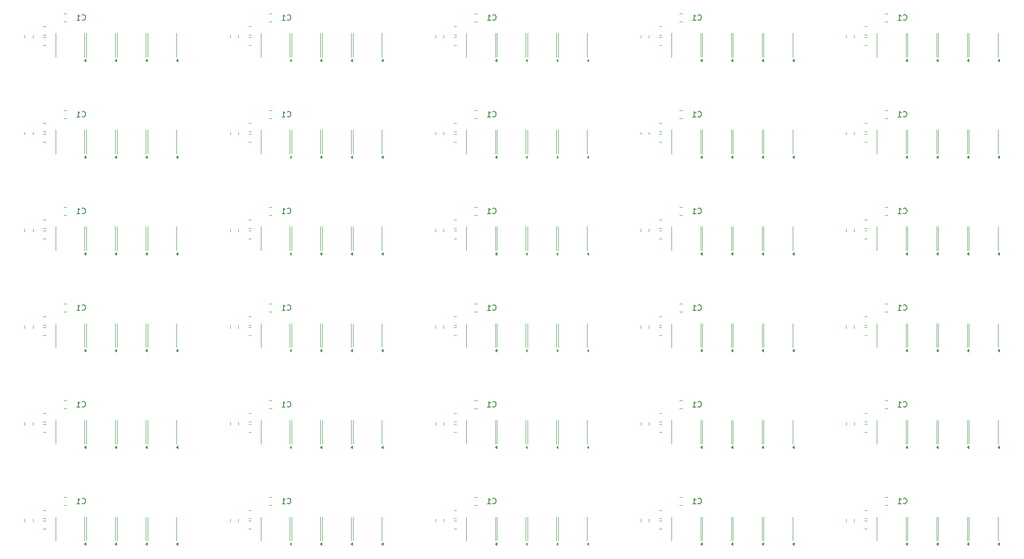
<source format=gbr>
%TF.GenerationSoftware,KiCad,Pcbnew,8.0.1*%
%TF.CreationDate,2024-05-29T13:53:09-05:00*%
%TF.ProjectId,eve PCB Project,65766520-5043-4422-9050-726f6a656374,rev?*%
%TF.SameCoordinates,Original*%
%TF.FileFunction,Legend,Bot*%
%TF.FilePolarity,Positive*%
%FSLAX46Y46*%
G04 Gerber Fmt 4.6, Leading zero omitted, Abs format (unit mm)*
G04 Created by KiCad (PCBNEW 8.0.1) date 2024-05-29 13:53:09*
%MOMM*%
%LPD*%
G01*
G04 APERTURE LIST*
%ADD10C,0.150000*%
%ADD11C,0.120000*%
G04 APERTURE END LIST*
D10*
X171786666Y-82069580D02*
X171834285Y-82117200D01*
X171834285Y-82117200D02*
X171977142Y-82164819D01*
X171977142Y-82164819D02*
X172072380Y-82164819D01*
X172072380Y-82164819D02*
X172215237Y-82117200D01*
X172215237Y-82117200D02*
X172310475Y-82021961D01*
X172310475Y-82021961D02*
X172358094Y-81926723D01*
X172358094Y-81926723D02*
X172405713Y-81736247D01*
X172405713Y-81736247D02*
X172405713Y-81593390D01*
X172405713Y-81593390D02*
X172358094Y-81402914D01*
X172358094Y-81402914D02*
X172310475Y-81307676D01*
X172310475Y-81307676D02*
X172215237Y-81212438D01*
X172215237Y-81212438D02*
X172072380Y-81164819D01*
X172072380Y-81164819D02*
X171977142Y-81164819D01*
X171977142Y-81164819D02*
X171834285Y-81212438D01*
X171834285Y-81212438D02*
X171786666Y-81260057D01*
X170834285Y-82164819D02*
X171405713Y-82164819D01*
X171119999Y-82164819D02*
X171119999Y-81164819D01*
X171119999Y-81164819D02*
X171215237Y-81307676D01*
X171215237Y-81307676D02*
X171310475Y-81402914D01*
X171310475Y-81402914D02*
X171405713Y-81450533D01*
X98106666Y-64709580D02*
X98154285Y-64757200D01*
X98154285Y-64757200D02*
X98297142Y-64804819D01*
X98297142Y-64804819D02*
X98392380Y-64804819D01*
X98392380Y-64804819D02*
X98535237Y-64757200D01*
X98535237Y-64757200D02*
X98630475Y-64661961D01*
X98630475Y-64661961D02*
X98678094Y-64566723D01*
X98678094Y-64566723D02*
X98725713Y-64376247D01*
X98725713Y-64376247D02*
X98725713Y-64233390D01*
X98725713Y-64233390D02*
X98678094Y-64042914D01*
X98678094Y-64042914D02*
X98630475Y-63947676D01*
X98630475Y-63947676D02*
X98535237Y-63852438D01*
X98535237Y-63852438D02*
X98392380Y-63804819D01*
X98392380Y-63804819D02*
X98297142Y-63804819D01*
X98297142Y-63804819D02*
X98154285Y-63852438D01*
X98154285Y-63852438D02*
X98106666Y-63900057D01*
X97154285Y-64804819D02*
X97725713Y-64804819D01*
X97439999Y-64804819D02*
X97439999Y-63804819D01*
X97439999Y-63804819D02*
X97535237Y-63947676D01*
X97535237Y-63947676D02*
X97630475Y-64042914D01*
X97630475Y-64042914D02*
X97725713Y-64090533D01*
X134946666Y-47349580D02*
X134994285Y-47397200D01*
X134994285Y-47397200D02*
X135137142Y-47444819D01*
X135137142Y-47444819D02*
X135232380Y-47444819D01*
X135232380Y-47444819D02*
X135375237Y-47397200D01*
X135375237Y-47397200D02*
X135470475Y-47301961D01*
X135470475Y-47301961D02*
X135518094Y-47206723D01*
X135518094Y-47206723D02*
X135565713Y-47016247D01*
X135565713Y-47016247D02*
X135565713Y-46873390D01*
X135565713Y-46873390D02*
X135518094Y-46682914D01*
X135518094Y-46682914D02*
X135470475Y-46587676D01*
X135470475Y-46587676D02*
X135375237Y-46492438D01*
X135375237Y-46492438D02*
X135232380Y-46444819D01*
X135232380Y-46444819D02*
X135137142Y-46444819D01*
X135137142Y-46444819D02*
X134994285Y-46492438D01*
X134994285Y-46492438D02*
X134946666Y-46540057D01*
X133994285Y-47444819D02*
X134565713Y-47444819D01*
X134279999Y-47444819D02*
X134279999Y-46444819D01*
X134279999Y-46444819D02*
X134375237Y-46587676D01*
X134375237Y-46587676D02*
X134470475Y-46682914D01*
X134470475Y-46682914D02*
X134565713Y-46730533D01*
X98106666Y-99429580D02*
X98154285Y-99477200D01*
X98154285Y-99477200D02*
X98297142Y-99524819D01*
X98297142Y-99524819D02*
X98392380Y-99524819D01*
X98392380Y-99524819D02*
X98535237Y-99477200D01*
X98535237Y-99477200D02*
X98630475Y-99381961D01*
X98630475Y-99381961D02*
X98678094Y-99286723D01*
X98678094Y-99286723D02*
X98725713Y-99096247D01*
X98725713Y-99096247D02*
X98725713Y-98953390D01*
X98725713Y-98953390D02*
X98678094Y-98762914D01*
X98678094Y-98762914D02*
X98630475Y-98667676D01*
X98630475Y-98667676D02*
X98535237Y-98572438D01*
X98535237Y-98572438D02*
X98392380Y-98524819D01*
X98392380Y-98524819D02*
X98297142Y-98524819D01*
X98297142Y-98524819D02*
X98154285Y-98572438D01*
X98154285Y-98572438D02*
X98106666Y-98620057D01*
X97154285Y-99524819D02*
X97725713Y-99524819D01*
X97439999Y-99524819D02*
X97439999Y-98524819D01*
X97439999Y-98524819D02*
X97535237Y-98667676D01*
X97535237Y-98667676D02*
X97630475Y-98762914D01*
X97630475Y-98762914D02*
X97725713Y-98810533D01*
X171786666Y-116789580D02*
X171834285Y-116837200D01*
X171834285Y-116837200D02*
X171977142Y-116884819D01*
X171977142Y-116884819D02*
X172072380Y-116884819D01*
X172072380Y-116884819D02*
X172215237Y-116837200D01*
X172215237Y-116837200D02*
X172310475Y-116741961D01*
X172310475Y-116741961D02*
X172358094Y-116646723D01*
X172358094Y-116646723D02*
X172405713Y-116456247D01*
X172405713Y-116456247D02*
X172405713Y-116313390D01*
X172405713Y-116313390D02*
X172358094Y-116122914D01*
X172358094Y-116122914D02*
X172310475Y-116027676D01*
X172310475Y-116027676D02*
X172215237Y-115932438D01*
X172215237Y-115932438D02*
X172072380Y-115884819D01*
X172072380Y-115884819D02*
X171977142Y-115884819D01*
X171977142Y-115884819D02*
X171834285Y-115932438D01*
X171834285Y-115932438D02*
X171786666Y-115980057D01*
X170834285Y-116884819D02*
X171405713Y-116884819D01*
X171119999Y-116884819D02*
X171119999Y-115884819D01*
X171119999Y-115884819D02*
X171215237Y-116027676D01*
X171215237Y-116027676D02*
X171310475Y-116122914D01*
X171310475Y-116122914D02*
X171405713Y-116170533D01*
X61266666Y-116789580D02*
X61314285Y-116837200D01*
X61314285Y-116837200D02*
X61457142Y-116884819D01*
X61457142Y-116884819D02*
X61552380Y-116884819D01*
X61552380Y-116884819D02*
X61695237Y-116837200D01*
X61695237Y-116837200D02*
X61790475Y-116741961D01*
X61790475Y-116741961D02*
X61838094Y-116646723D01*
X61838094Y-116646723D02*
X61885713Y-116456247D01*
X61885713Y-116456247D02*
X61885713Y-116313390D01*
X61885713Y-116313390D02*
X61838094Y-116122914D01*
X61838094Y-116122914D02*
X61790475Y-116027676D01*
X61790475Y-116027676D02*
X61695237Y-115932438D01*
X61695237Y-115932438D02*
X61552380Y-115884819D01*
X61552380Y-115884819D02*
X61457142Y-115884819D01*
X61457142Y-115884819D02*
X61314285Y-115932438D01*
X61314285Y-115932438D02*
X61266666Y-115980057D01*
X60314285Y-116884819D02*
X60885713Y-116884819D01*
X60599999Y-116884819D02*
X60599999Y-115884819D01*
X60599999Y-115884819D02*
X60695237Y-116027676D01*
X60695237Y-116027676D02*
X60790475Y-116122914D01*
X60790475Y-116122914D02*
X60885713Y-116170533D01*
X98106666Y-116789580D02*
X98154285Y-116837200D01*
X98154285Y-116837200D02*
X98297142Y-116884819D01*
X98297142Y-116884819D02*
X98392380Y-116884819D01*
X98392380Y-116884819D02*
X98535237Y-116837200D01*
X98535237Y-116837200D02*
X98630475Y-116741961D01*
X98630475Y-116741961D02*
X98678094Y-116646723D01*
X98678094Y-116646723D02*
X98725713Y-116456247D01*
X98725713Y-116456247D02*
X98725713Y-116313390D01*
X98725713Y-116313390D02*
X98678094Y-116122914D01*
X98678094Y-116122914D02*
X98630475Y-116027676D01*
X98630475Y-116027676D02*
X98535237Y-115932438D01*
X98535237Y-115932438D02*
X98392380Y-115884819D01*
X98392380Y-115884819D02*
X98297142Y-115884819D01*
X98297142Y-115884819D02*
X98154285Y-115932438D01*
X98154285Y-115932438D02*
X98106666Y-115980057D01*
X97154285Y-116884819D02*
X97725713Y-116884819D01*
X97439999Y-116884819D02*
X97439999Y-115884819D01*
X97439999Y-115884819D02*
X97535237Y-116027676D01*
X97535237Y-116027676D02*
X97630475Y-116122914D01*
X97630475Y-116122914D02*
X97725713Y-116170533D01*
X208626666Y-134149580D02*
X208674285Y-134197200D01*
X208674285Y-134197200D02*
X208817142Y-134244819D01*
X208817142Y-134244819D02*
X208912380Y-134244819D01*
X208912380Y-134244819D02*
X209055237Y-134197200D01*
X209055237Y-134197200D02*
X209150475Y-134101961D01*
X209150475Y-134101961D02*
X209198094Y-134006723D01*
X209198094Y-134006723D02*
X209245713Y-133816247D01*
X209245713Y-133816247D02*
X209245713Y-133673390D01*
X209245713Y-133673390D02*
X209198094Y-133482914D01*
X209198094Y-133482914D02*
X209150475Y-133387676D01*
X209150475Y-133387676D02*
X209055237Y-133292438D01*
X209055237Y-133292438D02*
X208912380Y-133244819D01*
X208912380Y-133244819D02*
X208817142Y-133244819D01*
X208817142Y-133244819D02*
X208674285Y-133292438D01*
X208674285Y-133292438D02*
X208626666Y-133340057D01*
X207674285Y-134244819D02*
X208245713Y-134244819D01*
X207959999Y-134244819D02*
X207959999Y-133244819D01*
X207959999Y-133244819D02*
X208055237Y-133387676D01*
X208055237Y-133387676D02*
X208150475Y-133482914D01*
X208150475Y-133482914D02*
X208245713Y-133530533D01*
X171786666Y-47349580D02*
X171834285Y-47397200D01*
X171834285Y-47397200D02*
X171977142Y-47444819D01*
X171977142Y-47444819D02*
X172072380Y-47444819D01*
X172072380Y-47444819D02*
X172215237Y-47397200D01*
X172215237Y-47397200D02*
X172310475Y-47301961D01*
X172310475Y-47301961D02*
X172358094Y-47206723D01*
X172358094Y-47206723D02*
X172405713Y-47016247D01*
X172405713Y-47016247D02*
X172405713Y-46873390D01*
X172405713Y-46873390D02*
X172358094Y-46682914D01*
X172358094Y-46682914D02*
X172310475Y-46587676D01*
X172310475Y-46587676D02*
X172215237Y-46492438D01*
X172215237Y-46492438D02*
X172072380Y-46444819D01*
X172072380Y-46444819D02*
X171977142Y-46444819D01*
X171977142Y-46444819D02*
X171834285Y-46492438D01*
X171834285Y-46492438D02*
X171786666Y-46540057D01*
X170834285Y-47444819D02*
X171405713Y-47444819D01*
X171119999Y-47444819D02*
X171119999Y-46444819D01*
X171119999Y-46444819D02*
X171215237Y-46587676D01*
X171215237Y-46587676D02*
X171310475Y-46682914D01*
X171310475Y-46682914D02*
X171405713Y-46730533D01*
X208626666Y-116789580D02*
X208674285Y-116837200D01*
X208674285Y-116837200D02*
X208817142Y-116884819D01*
X208817142Y-116884819D02*
X208912380Y-116884819D01*
X208912380Y-116884819D02*
X209055237Y-116837200D01*
X209055237Y-116837200D02*
X209150475Y-116741961D01*
X209150475Y-116741961D02*
X209198094Y-116646723D01*
X209198094Y-116646723D02*
X209245713Y-116456247D01*
X209245713Y-116456247D02*
X209245713Y-116313390D01*
X209245713Y-116313390D02*
X209198094Y-116122914D01*
X209198094Y-116122914D02*
X209150475Y-116027676D01*
X209150475Y-116027676D02*
X209055237Y-115932438D01*
X209055237Y-115932438D02*
X208912380Y-115884819D01*
X208912380Y-115884819D02*
X208817142Y-115884819D01*
X208817142Y-115884819D02*
X208674285Y-115932438D01*
X208674285Y-115932438D02*
X208626666Y-115980057D01*
X207674285Y-116884819D02*
X208245713Y-116884819D01*
X207959999Y-116884819D02*
X207959999Y-115884819D01*
X207959999Y-115884819D02*
X208055237Y-116027676D01*
X208055237Y-116027676D02*
X208150475Y-116122914D01*
X208150475Y-116122914D02*
X208245713Y-116170533D01*
X171786666Y-134149580D02*
X171834285Y-134197200D01*
X171834285Y-134197200D02*
X171977142Y-134244819D01*
X171977142Y-134244819D02*
X172072380Y-134244819D01*
X172072380Y-134244819D02*
X172215237Y-134197200D01*
X172215237Y-134197200D02*
X172310475Y-134101961D01*
X172310475Y-134101961D02*
X172358094Y-134006723D01*
X172358094Y-134006723D02*
X172405713Y-133816247D01*
X172405713Y-133816247D02*
X172405713Y-133673390D01*
X172405713Y-133673390D02*
X172358094Y-133482914D01*
X172358094Y-133482914D02*
X172310475Y-133387676D01*
X172310475Y-133387676D02*
X172215237Y-133292438D01*
X172215237Y-133292438D02*
X172072380Y-133244819D01*
X172072380Y-133244819D02*
X171977142Y-133244819D01*
X171977142Y-133244819D02*
X171834285Y-133292438D01*
X171834285Y-133292438D02*
X171786666Y-133340057D01*
X170834285Y-134244819D02*
X171405713Y-134244819D01*
X171119999Y-134244819D02*
X171119999Y-133244819D01*
X171119999Y-133244819D02*
X171215237Y-133387676D01*
X171215237Y-133387676D02*
X171310475Y-133482914D01*
X171310475Y-133482914D02*
X171405713Y-133530533D01*
X61266666Y-64709580D02*
X61314285Y-64757200D01*
X61314285Y-64757200D02*
X61457142Y-64804819D01*
X61457142Y-64804819D02*
X61552380Y-64804819D01*
X61552380Y-64804819D02*
X61695237Y-64757200D01*
X61695237Y-64757200D02*
X61790475Y-64661961D01*
X61790475Y-64661961D02*
X61838094Y-64566723D01*
X61838094Y-64566723D02*
X61885713Y-64376247D01*
X61885713Y-64376247D02*
X61885713Y-64233390D01*
X61885713Y-64233390D02*
X61838094Y-64042914D01*
X61838094Y-64042914D02*
X61790475Y-63947676D01*
X61790475Y-63947676D02*
X61695237Y-63852438D01*
X61695237Y-63852438D02*
X61552380Y-63804819D01*
X61552380Y-63804819D02*
X61457142Y-63804819D01*
X61457142Y-63804819D02*
X61314285Y-63852438D01*
X61314285Y-63852438D02*
X61266666Y-63900057D01*
X60314285Y-64804819D02*
X60885713Y-64804819D01*
X60599999Y-64804819D02*
X60599999Y-63804819D01*
X60599999Y-63804819D02*
X60695237Y-63947676D01*
X60695237Y-63947676D02*
X60790475Y-64042914D01*
X60790475Y-64042914D02*
X60885713Y-64090533D01*
X134946666Y-64709580D02*
X134994285Y-64757200D01*
X134994285Y-64757200D02*
X135137142Y-64804819D01*
X135137142Y-64804819D02*
X135232380Y-64804819D01*
X135232380Y-64804819D02*
X135375237Y-64757200D01*
X135375237Y-64757200D02*
X135470475Y-64661961D01*
X135470475Y-64661961D02*
X135518094Y-64566723D01*
X135518094Y-64566723D02*
X135565713Y-64376247D01*
X135565713Y-64376247D02*
X135565713Y-64233390D01*
X135565713Y-64233390D02*
X135518094Y-64042914D01*
X135518094Y-64042914D02*
X135470475Y-63947676D01*
X135470475Y-63947676D02*
X135375237Y-63852438D01*
X135375237Y-63852438D02*
X135232380Y-63804819D01*
X135232380Y-63804819D02*
X135137142Y-63804819D01*
X135137142Y-63804819D02*
X134994285Y-63852438D01*
X134994285Y-63852438D02*
X134946666Y-63900057D01*
X133994285Y-64804819D02*
X134565713Y-64804819D01*
X134279999Y-64804819D02*
X134279999Y-63804819D01*
X134279999Y-63804819D02*
X134375237Y-63947676D01*
X134375237Y-63947676D02*
X134470475Y-64042914D01*
X134470475Y-64042914D02*
X134565713Y-64090533D01*
X61266666Y-99429580D02*
X61314285Y-99477200D01*
X61314285Y-99477200D02*
X61457142Y-99524819D01*
X61457142Y-99524819D02*
X61552380Y-99524819D01*
X61552380Y-99524819D02*
X61695237Y-99477200D01*
X61695237Y-99477200D02*
X61790475Y-99381961D01*
X61790475Y-99381961D02*
X61838094Y-99286723D01*
X61838094Y-99286723D02*
X61885713Y-99096247D01*
X61885713Y-99096247D02*
X61885713Y-98953390D01*
X61885713Y-98953390D02*
X61838094Y-98762914D01*
X61838094Y-98762914D02*
X61790475Y-98667676D01*
X61790475Y-98667676D02*
X61695237Y-98572438D01*
X61695237Y-98572438D02*
X61552380Y-98524819D01*
X61552380Y-98524819D02*
X61457142Y-98524819D01*
X61457142Y-98524819D02*
X61314285Y-98572438D01*
X61314285Y-98572438D02*
X61266666Y-98620057D01*
X60314285Y-99524819D02*
X60885713Y-99524819D01*
X60599999Y-99524819D02*
X60599999Y-98524819D01*
X60599999Y-98524819D02*
X60695237Y-98667676D01*
X60695237Y-98667676D02*
X60790475Y-98762914D01*
X60790475Y-98762914D02*
X60885713Y-98810533D01*
X171786666Y-99429580D02*
X171834285Y-99477200D01*
X171834285Y-99477200D02*
X171977142Y-99524819D01*
X171977142Y-99524819D02*
X172072380Y-99524819D01*
X172072380Y-99524819D02*
X172215237Y-99477200D01*
X172215237Y-99477200D02*
X172310475Y-99381961D01*
X172310475Y-99381961D02*
X172358094Y-99286723D01*
X172358094Y-99286723D02*
X172405713Y-99096247D01*
X172405713Y-99096247D02*
X172405713Y-98953390D01*
X172405713Y-98953390D02*
X172358094Y-98762914D01*
X172358094Y-98762914D02*
X172310475Y-98667676D01*
X172310475Y-98667676D02*
X172215237Y-98572438D01*
X172215237Y-98572438D02*
X172072380Y-98524819D01*
X172072380Y-98524819D02*
X171977142Y-98524819D01*
X171977142Y-98524819D02*
X171834285Y-98572438D01*
X171834285Y-98572438D02*
X171786666Y-98620057D01*
X170834285Y-99524819D02*
X171405713Y-99524819D01*
X171119999Y-99524819D02*
X171119999Y-98524819D01*
X171119999Y-98524819D02*
X171215237Y-98667676D01*
X171215237Y-98667676D02*
X171310475Y-98762914D01*
X171310475Y-98762914D02*
X171405713Y-98810533D01*
X208626666Y-64709580D02*
X208674285Y-64757200D01*
X208674285Y-64757200D02*
X208817142Y-64804819D01*
X208817142Y-64804819D02*
X208912380Y-64804819D01*
X208912380Y-64804819D02*
X209055237Y-64757200D01*
X209055237Y-64757200D02*
X209150475Y-64661961D01*
X209150475Y-64661961D02*
X209198094Y-64566723D01*
X209198094Y-64566723D02*
X209245713Y-64376247D01*
X209245713Y-64376247D02*
X209245713Y-64233390D01*
X209245713Y-64233390D02*
X209198094Y-64042914D01*
X209198094Y-64042914D02*
X209150475Y-63947676D01*
X209150475Y-63947676D02*
X209055237Y-63852438D01*
X209055237Y-63852438D02*
X208912380Y-63804819D01*
X208912380Y-63804819D02*
X208817142Y-63804819D01*
X208817142Y-63804819D02*
X208674285Y-63852438D01*
X208674285Y-63852438D02*
X208626666Y-63900057D01*
X207674285Y-64804819D02*
X208245713Y-64804819D01*
X207959999Y-64804819D02*
X207959999Y-63804819D01*
X207959999Y-63804819D02*
X208055237Y-63947676D01*
X208055237Y-63947676D02*
X208150475Y-64042914D01*
X208150475Y-64042914D02*
X208245713Y-64090533D01*
X208626666Y-47349580D02*
X208674285Y-47397200D01*
X208674285Y-47397200D02*
X208817142Y-47444819D01*
X208817142Y-47444819D02*
X208912380Y-47444819D01*
X208912380Y-47444819D02*
X209055237Y-47397200D01*
X209055237Y-47397200D02*
X209150475Y-47301961D01*
X209150475Y-47301961D02*
X209198094Y-47206723D01*
X209198094Y-47206723D02*
X209245713Y-47016247D01*
X209245713Y-47016247D02*
X209245713Y-46873390D01*
X209245713Y-46873390D02*
X209198094Y-46682914D01*
X209198094Y-46682914D02*
X209150475Y-46587676D01*
X209150475Y-46587676D02*
X209055237Y-46492438D01*
X209055237Y-46492438D02*
X208912380Y-46444819D01*
X208912380Y-46444819D02*
X208817142Y-46444819D01*
X208817142Y-46444819D02*
X208674285Y-46492438D01*
X208674285Y-46492438D02*
X208626666Y-46540057D01*
X207674285Y-47444819D02*
X208245713Y-47444819D01*
X207959999Y-47444819D02*
X207959999Y-46444819D01*
X207959999Y-46444819D02*
X208055237Y-46587676D01*
X208055237Y-46587676D02*
X208150475Y-46682914D01*
X208150475Y-46682914D02*
X208245713Y-46730533D01*
X171786666Y-64709580D02*
X171834285Y-64757200D01*
X171834285Y-64757200D02*
X171977142Y-64804819D01*
X171977142Y-64804819D02*
X172072380Y-64804819D01*
X172072380Y-64804819D02*
X172215237Y-64757200D01*
X172215237Y-64757200D02*
X172310475Y-64661961D01*
X172310475Y-64661961D02*
X172358094Y-64566723D01*
X172358094Y-64566723D02*
X172405713Y-64376247D01*
X172405713Y-64376247D02*
X172405713Y-64233390D01*
X172405713Y-64233390D02*
X172358094Y-64042914D01*
X172358094Y-64042914D02*
X172310475Y-63947676D01*
X172310475Y-63947676D02*
X172215237Y-63852438D01*
X172215237Y-63852438D02*
X172072380Y-63804819D01*
X172072380Y-63804819D02*
X171977142Y-63804819D01*
X171977142Y-63804819D02*
X171834285Y-63852438D01*
X171834285Y-63852438D02*
X171786666Y-63900057D01*
X170834285Y-64804819D02*
X171405713Y-64804819D01*
X171119999Y-64804819D02*
X171119999Y-63804819D01*
X171119999Y-63804819D02*
X171215237Y-63947676D01*
X171215237Y-63947676D02*
X171310475Y-64042914D01*
X171310475Y-64042914D02*
X171405713Y-64090533D01*
X134946666Y-99429580D02*
X134994285Y-99477200D01*
X134994285Y-99477200D02*
X135137142Y-99524819D01*
X135137142Y-99524819D02*
X135232380Y-99524819D01*
X135232380Y-99524819D02*
X135375237Y-99477200D01*
X135375237Y-99477200D02*
X135470475Y-99381961D01*
X135470475Y-99381961D02*
X135518094Y-99286723D01*
X135518094Y-99286723D02*
X135565713Y-99096247D01*
X135565713Y-99096247D02*
X135565713Y-98953390D01*
X135565713Y-98953390D02*
X135518094Y-98762914D01*
X135518094Y-98762914D02*
X135470475Y-98667676D01*
X135470475Y-98667676D02*
X135375237Y-98572438D01*
X135375237Y-98572438D02*
X135232380Y-98524819D01*
X135232380Y-98524819D02*
X135137142Y-98524819D01*
X135137142Y-98524819D02*
X134994285Y-98572438D01*
X134994285Y-98572438D02*
X134946666Y-98620057D01*
X133994285Y-99524819D02*
X134565713Y-99524819D01*
X134279999Y-99524819D02*
X134279999Y-98524819D01*
X134279999Y-98524819D02*
X134375237Y-98667676D01*
X134375237Y-98667676D02*
X134470475Y-98762914D01*
X134470475Y-98762914D02*
X134565713Y-98810533D01*
X98106666Y-47349580D02*
X98154285Y-47397200D01*
X98154285Y-47397200D02*
X98297142Y-47444819D01*
X98297142Y-47444819D02*
X98392380Y-47444819D01*
X98392380Y-47444819D02*
X98535237Y-47397200D01*
X98535237Y-47397200D02*
X98630475Y-47301961D01*
X98630475Y-47301961D02*
X98678094Y-47206723D01*
X98678094Y-47206723D02*
X98725713Y-47016247D01*
X98725713Y-47016247D02*
X98725713Y-46873390D01*
X98725713Y-46873390D02*
X98678094Y-46682914D01*
X98678094Y-46682914D02*
X98630475Y-46587676D01*
X98630475Y-46587676D02*
X98535237Y-46492438D01*
X98535237Y-46492438D02*
X98392380Y-46444819D01*
X98392380Y-46444819D02*
X98297142Y-46444819D01*
X98297142Y-46444819D02*
X98154285Y-46492438D01*
X98154285Y-46492438D02*
X98106666Y-46540057D01*
X97154285Y-47444819D02*
X97725713Y-47444819D01*
X97439999Y-47444819D02*
X97439999Y-46444819D01*
X97439999Y-46444819D02*
X97535237Y-46587676D01*
X97535237Y-46587676D02*
X97630475Y-46682914D01*
X97630475Y-46682914D02*
X97725713Y-46730533D01*
X208626666Y-99429580D02*
X208674285Y-99477200D01*
X208674285Y-99477200D02*
X208817142Y-99524819D01*
X208817142Y-99524819D02*
X208912380Y-99524819D01*
X208912380Y-99524819D02*
X209055237Y-99477200D01*
X209055237Y-99477200D02*
X209150475Y-99381961D01*
X209150475Y-99381961D02*
X209198094Y-99286723D01*
X209198094Y-99286723D02*
X209245713Y-99096247D01*
X209245713Y-99096247D02*
X209245713Y-98953390D01*
X209245713Y-98953390D02*
X209198094Y-98762914D01*
X209198094Y-98762914D02*
X209150475Y-98667676D01*
X209150475Y-98667676D02*
X209055237Y-98572438D01*
X209055237Y-98572438D02*
X208912380Y-98524819D01*
X208912380Y-98524819D02*
X208817142Y-98524819D01*
X208817142Y-98524819D02*
X208674285Y-98572438D01*
X208674285Y-98572438D02*
X208626666Y-98620057D01*
X207674285Y-99524819D02*
X208245713Y-99524819D01*
X207959999Y-99524819D02*
X207959999Y-98524819D01*
X207959999Y-98524819D02*
X208055237Y-98667676D01*
X208055237Y-98667676D02*
X208150475Y-98762914D01*
X208150475Y-98762914D02*
X208245713Y-98810533D01*
X134946666Y-134149580D02*
X134994285Y-134197200D01*
X134994285Y-134197200D02*
X135137142Y-134244819D01*
X135137142Y-134244819D02*
X135232380Y-134244819D01*
X135232380Y-134244819D02*
X135375237Y-134197200D01*
X135375237Y-134197200D02*
X135470475Y-134101961D01*
X135470475Y-134101961D02*
X135518094Y-134006723D01*
X135518094Y-134006723D02*
X135565713Y-133816247D01*
X135565713Y-133816247D02*
X135565713Y-133673390D01*
X135565713Y-133673390D02*
X135518094Y-133482914D01*
X135518094Y-133482914D02*
X135470475Y-133387676D01*
X135470475Y-133387676D02*
X135375237Y-133292438D01*
X135375237Y-133292438D02*
X135232380Y-133244819D01*
X135232380Y-133244819D02*
X135137142Y-133244819D01*
X135137142Y-133244819D02*
X134994285Y-133292438D01*
X134994285Y-133292438D02*
X134946666Y-133340057D01*
X133994285Y-134244819D02*
X134565713Y-134244819D01*
X134279999Y-134244819D02*
X134279999Y-133244819D01*
X134279999Y-133244819D02*
X134375237Y-133387676D01*
X134375237Y-133387676D02*
X134470475Y-133482914D01*
X134470475Y-133482914D02*
X134565713Y-133530533D01*
X208626666Y-82069580D02*
X208674285Y-82117200D01*
X208674285Y-82117200D02*
X208817142Y-82164819D01*
X208817142Y-82164819D02*
X208912380Y-82164819D01*
X208912380Y-82164819D02*
X209055237Y-82117200D01*
X209055237Y-82117200D02*
X209150475Y-82021961D01*
X209150475Y-82021961D02*
X209198094Y-81926723D01*
X209198094Y-81926723D02*
X209245713Y-81736247D01*
X209245713Y-81736247D02*
X209245713Y-81593390D01*
X209245713Y-81593390D02*
X209198094Y-81402914D01*
X209198094Y-81402914D02*
X209150475Y-81307676D01*
X209150475Y-81307676D02*
X209055237Y-81212438D01*
X209055237Y-81212438D02*
X208912380Y-81164819D01*
X208912380Y-81164819D02*
X208817142Y-81164819D01*
X208817142Y-81164819D02*
X208674285Y-81212438D01*
X208674285Y-81212438D02*
X208626666Y-81260057D01*
X207674285Y-82164819D02*
X208245713Y-82164819D01*
X207959999Y-82164819D02*
X207959999Y-81164819D01*
X207959999Y-81164819D02*
X208055237Y-81307676D01*
X208055237Y-81307676D02*
X208150475Y-81402914D01*
X208150475Y-81402914D02*
X208245713Y-81450533D01*
X134946666Y-116789580D02*
X134994285Y-116837200D01*
X134994285Y-116837200D02*
X135137142Y-116884819D01*
X135137142Y-116884819D02*
X135232380Y-116884819D01*
X135232380Y-116884819D02*
X135375237Y-116837200D01*
X135375237Y-116837200D02*
X135470475Y-116741961D01*
X135470475Y-116741961D02*
X135518094Y-116646723D01*
X135518094Y-116646723D02*
X135565713Y-116456247D01*
X135565713Y-116456247D02*
X135565713Y-116313390D01*
X135565713Y-116313390D02*
X135518094Y-116122914D01*
X135518094Y-116122914D02*
X135470475Y-116027676D01*
X135470475Y-116027676D02*
X135375237Y-115932438D01*
X135375237Y-115932438D02*
X135232380Y-115884819D01*
X135232380Y-115884819D02*
X135137142Y-115884819D01*
X135137142Y-115884819D02*
X134994285Y-115932438D01*
X134994285Y-115932438D02*
X134946666Y-115980057D01*
X133994285Y-116884819D02*
X134565713Y-116884819D01*
X134279999Y-116884819D02*
X134279999Y-115884819D01*
X134279999Y-115884819D02*
X134375237Y-116027676D01*
X134375237Y-116027676D02*
X134470475Y-116122914D01*
X134470475Y-116122914D02*
X134565713Y-116170533D01*
X61266666Y-47349580D02*
X61314285Y-47397200D01*
X61314285Y-47397200D02*
X61457142Y-47444819D01*
X61457142Y-47444819D02*
X61552380Y-47444819D01*
X61552380Y-47444819D02*
X61695237Y-47397200D01*
X61695237Y-47397200D02*
X61790475Y-47301961D01*
X61790475Y-47301961D02*
X61838094Y-47206723D01*
X61838094Y-47206723D02*
X61885713Y-47016247D01*
X61885713Y-47016247D02*
X61885713Y-46873390D01*
X61885713Y-46873390D02*
X61838094Y-46682914D01*
X61838094Y-46682914D02*
X61790475Y-46587676D01*
X61790475Y-46587676D02*
X61695237Y-46492438D01*
X61695237Y-46492438D02*
X61552380Y-46444819D01*
X61552380Y-46444819D02*
X61457142Y-46444819D01*
X61457142Y-46444819D02*
X61314285Y-46492438D01*
X61314285Y-46492438D02*
X61266666Y-46540057D01*
X60314285Y-47444819D02*
X60885713Y-47444819D01*
X60599999Y-47444819D02*
X60599999Y-46444819D01*
X60599999Y-46444819D02*
X60695237Y-46587676D01*
X60695237Y-46587676D02*
X60790475Y-46682914D01*
X60790475Y-46682914D02*
X60885713Y-46730533D01*
X134946666Y-82069580D02*
X134994285Y-82117200D01*
X134994285Y-82117200D02*
X135137142Y-82164819D01*
X135137142Y-82164819D02*
X135232380Y-82164819D01*
X135232380Y-82164819D02*
X135375237Y-82117200D01*
X135375237Y-82117200D02*
X135470475Y-82021961D01*
X135470475Y-82021961D02*
X135518094Y-81926723D01*
X135518094Y-81926723D02*
X135565713Y-81736247D01*
X135565713Y-81736247D02*
X135565713Y-81593390D01*
X135565713Y-81593390D02*
X135518094Y-81402914D01*
X135518094Y-81402914D02*
X135470475Y-81307676D01*
X135470475Y-81307676D02*
X135375237Y-81212438D01*
X135375237Y-81212438D02*
X135232380Y-81164819D01*
X135232380Y-81164819D02*
X135137142Y-81164819D01*
X135137142Y-81164819D02*
X134994285Y-81212438D01*
X134994285Y-81212438D02*
X134946666Y-81260057D01*
X133994285Y-82164819D02*
X134565713Y-82164819D01*
X134279999Y-82164819D02*
X134279999Y-81164819D01*
X134279999Y-81164819D02*
X134375237Y-81307676D01*
X134375237Y-81307676D02*
X134470475Y-81402914D01*
X134470475Y-81402914D02*
X134565713Y-81450533D01*
X98106666Y-82069580D02*
X98154285Y-82117200D01*
X98154285Y-82117200D02*
X98297142Y-82164819D01*
X98297142Y-82164819D02*
X98392380Y-82164819D01*
X98392380Y-82164819D02*
X98535237Y-82117200D01*
X98535237Y-82117200D02*
X98630475Y-82021961D01*
X98630475Y-82021961D02*
X98678094Y-81926723D01*
X98678094Y-81926723D02*
X98725713Y-81736247D01*
X98725713Y-81736247D02*
X98725713Y-81593390D01*
X98725713Y-81593390D02*
X98678094Y-81402914D01*
X98678094Y-81402914D02*
X98630475Y-81307676D01*
X98630475Y-81307676D02*
X98535237Y-81212438D01*
X98535237Y-81212438D02*
X98392380Y-81164819D01*
X98392380Y-81164819D02*
X98297142Y-81164819D01*
X98297142Y-81164819D02*
X98154285Y-81212438D01*
X98154285Y-81212438D02*
X98106666Y-81260057D01*
X97154285Y-82164819D02*
X97725713Y-82164819D01*
X97439999Y-82164819D02*
X97439999Y-81164819D01*
X97439999Y-81164819D02*
X97535237Y-81307676D01*
X97535237Y-81307676D02*
X97630475Y-81402914D01*
X97630475Y-81402914D02*
X97725713Y-81450533D01*
X98106666Y-134149580D02*
X98154285Y-134197200D01*
X98154285Y-134197200D02*
X98297142Y-134244819D01*
X98297142Y-134244819D02*
X98392380Y-134244819D01*
X98392380Y-134244819D02*
X98535237Y-134197200D01*
X98535237Y-134197200D02*
X98630475Y-134101961D01*
X98630475Y-134101961D02*
X98678094Y-134006723D01*
X98678094Y-134006723D02*
X98725713Y-133816247D01*
X98725713Y-133816247D02*
X98725713Y-133673390D01*
X98725713Y-133673390D02*
X98678094Y-133482914D01*
X98678094Y-133482914D02*
X98630475Y-133387676D01*
X98630475Y-133387676D02*
X98535237Y-133292438D01*
X98535237Y-133292438D02*
X98392380Y-133244819D01*
X98392380Y-133244819D02*
X98297142Y-133244819D01*
X98297142Y-133244819D02*
X98154285Y-133292438D01*
X98154285Y-133292438D02*
X98106666Y-133340057D01*
X97154285Y-134244819D02*
X97725713Y-134244819D01*
X97439999Y-134244819D02*
X97439999Y-133244819D01*
X97439999Y-133244819D02*
X97535237Y-133387676D01*
X97535237Y-133387676D02*
X97630475Y-133482914D01*
X97630475Y-133482914D02*
X97725713Y-133530533D01*
X61266666Y-134149580D02*
X61314285Y-134197200D01*
X61314285Y-134197200D02*
X61457142Y-134244819D01*
X61457142Y-134244819D02*
X61552380Y-134244819D01*
X61552380Y-134244819D02*
X61695237Y-134197200D01*
X61695237Y-134197200D02*
X61790475Y-134101961D01*
X61790475Y-134101961D02*
X61838094Y-134006723D01*
X61838094Y-134006723D02*
X61885713Y-133816247D01*
X61885713Y-133816247D02*
X61885713Y-133673390D01*
X61885713Y-133673390D02*
X61838094Y-133482914D01*
X61838094Y-133482914D02*
X61790475Y-133387676D01*
X61790475Y-133387676D02*
X61695237Y-133292438D01*
X61695237Y-133292438D02*
X61552380Y-133244819D01*
X61552380Y-133244819D02*
X61457142Y-133244819D01*
X61457142Y-133244819D02*
X61314285Y-133292438D01*
X61314285Y-133292438D02*
X61266666Y-133340057D01*
X60314285Y-134244819D02*
X60885713Y-134244819D01*
X60599999Y-134244819D02*
X60599999Y-133244819D01*
X60599999Y-133244819D02*
X60695237Y-133387676D01*
X60695237Y-133387676D02*
X60790475Y-133482914D01*
X60790475Y-133482914D02*
X60885713Y-133530533D01*
X61266666Y-82069580D02*
X61314285Y-82117200D01*
X61314285Y-82117200D02*
X61457142Y-82164819D01*
X61457142Y-82164819D02*
X61552380Y-82164819D01*
X61552380Y-82164819D02*
X61695237Y-82117200D01*
X61695237Y-82117200D02*
X61790475Y-82021961D01*
X61790475Y-82021961D02*
X61838094Y-81926723D01*
X61838094Y-81926723D02*
X61885713Y-81736247D01*
X61885713Y-81736247D02*
X61885713Y-81593390D01*
X61885713Y-81593390D02*
X61838094Y-81402914D01*
X61838094Y-81402914D02*
X61790475Y-81307676D01*
X61790475Y-81307676D02*
X61695237Y-81212438D01*
X61695237Y-81212438D02*
X61552380Y-81164819D01*
X61552380Y-81164819D02*
X61457142Y-81164819D01*
X61457142Y-81164819D02*
X61314285Y-81212438D01*
X61314285Y-81212438D02*
X61266666Y-81260057D01*
X60314285Y-82164819D02*
X60885713Y-82164819D01*
X60599999Y-82164819D02*
X60599999Y-81164819D01*
X60599999Y-81164819D02*
X60695237Y-81307676D01*
X60695237Y-81307676D02*
X60790475Y-81402914D01*
X60790475Y-81402914D02*
X60885713Y-81450533D01*
D11*
%TO.C,R2*%
X54292936Y-137295000D02*
X54747064Y-137295000D01*
X54292936Y-138765000D02*
X54747064Y-138765000D01*
%TO.C,Q8*%
X141210000Y-119225000D02*
X141210000Y-123525000D01*
X146410000Y-123525000D02*
X146410000Y-119225000D01*
X146663297Y-124345000D02*
X146333297Y-124105000D01*
X146663297Y-123865000D01*
X146663297Y-124345000D01*
G36*
X146663297Y-124345000D02*
G01*
X146333297Y-124105000D01*
X146663297Y-123865000D01*
X146663297Y-124345000D01*
G37*
%TO.C,Q7*%
X62030000Y-84505000D02*
X62030000Y-88805000D01*
X67230000Y-88805000D02*
X67230000Y-84505000D01*
X67483297Y-89625000D02*
X67153297Y-89385000D01*
X67483297Y-89145000D01*
X67483297Y-89625000D01*
G36*
X67483297Y-89625000D02*
G01*
X67153297Y-89385000D01*
X67483297Y-89145000D01*
X67483297Y-89625000D01*
G37*
%TO.C,R1*%
X161505000Y-50182936D02*
X161505000Y-50637064D01*
X162975000Y-50182936D02*
X162975000Y-50637064D01*
%TO.C,R2*%
X91132936Y-137295000D02*
X91587064Y-137295000D01*
X91132936Y-138765000D02*
X91587064Y-138765000D01*
%TO.C,R1*%
X50985000Y-84902936D02*
X50985000Y-85357064D01*
X52455000Y-84902936D02*
X52455000Y-85357064D01*
%TO.C,R3*%
X201652936Y-135395000D02*
X202107064Y-135395000D01*
X201652936Y-136865000D02*
X202107064Y-136865000D01*
%TO.C,Q7*%
X172550000Y-67145000D02*
X172550000Y-71445000D01*
X177750000Y-71445000D02*
X177750000Y-67145000D01*
X178003297Y-72265000D02*
X177673297Y-72025000D01*
X178003297Y-71785000D01*
X178003297Y-72265000D01*
G36*
X178003297Y-72265000D02*
G01*
X177673297Y-72025000D01*
X178003297Y-71785000D01*
X178003297Y-72265000D01*
G37*
%TO.C,Q6*%
X130210000Y-136585000D02*
X130210000Y-140885000D01*
X135410000Y-140885000D02*
X135410000Y-136585000D01*
X135663297Y-141705000D02*
X135333297Y-141465000D01*
X135663297Y-141225000D01*
X135663297Y-141705000D01*
G36*
X135663297Y-141705000D02*
G01*
X135333297Y-141465000D01*
X135663297Y-141225000D01*
X135663297Y-141705000D01*
G37*
%TO.C,R1*%
X198345000Y-102262936D02*
X198345000Y-102717064D01*
X199815000Y-102262936D02*
X199815000Y-102717064D01*
X50985000Y-102262936D02*
X50985000Y-102717064D01*
X52455000Y-102262936D02*
X52455000Y-102717064D01*
%TO.C,Q8*%
X104370000Y-84505000D02*
X104370000Y-88805000D01*
X109570000Y-88805000D02*
X109570000Y-84505000D01*
X109823297Y-89625000D02*
X109493297Y-89385000D01*
X109823297Y-89145000D01*
X109823297Y-89625000D01*
G36*
X109823297Y-89625000D02*
G01*
X109493297Y-89385000D01*
X109823297Y-89145000D01*
X109823297Y-89625000D01*
G37*
%TO.C,R3*%
X54292936Y-48595000D02*
X54747064Y-48595000D01*
X54292936Y-50065000D02*
X54747064Y-50065000D01*
%TO.C,Q6*%
X93370000Y-49785000D02*
X93370000Y-54085000D01*
X98570000Y-54085000D02*
X98570000Y-49785000D01*
X98823297Y-54905000D02*
X98493297Y-54665000D01*
X98823297Y-54425000D01*
X98823297Y-54905000D01*
G36*
X98823297Y-54905000D02*
G01*
X98493297Y-54665000D01*
X98823297Y-54425000D01*
X98823297Y-54905000D01*
G37*
%TO.C,R3*%
X164812936Y-118035000D02*
X165267064Y-118035000D01*
X164812936Y-119505000D02*
X165267064Y-119505000D01*
%TO.C,R1*%
X124665000Y-50182936D02*
X124665000Y-50637064D01*
X126135000Y-50182936D02*
X126135000Y-50637064D01*
X124665000Y-67542936D02*
X124665000Y-67997064D01*
X126135000Y-67542936D02*
X126135000Y-67997064D01*
%TO.C,Q7*%
X98870000Y-67145000D02*
X98870000Y-71445000D01*
X104070000Y-71445000D02*
X104070000Y-67145000D01*
X104323297Y-72265000D02*
X103993297Y-72025000D01*
X104323297Y-71785000D01*
X104323297Y-72265000D01*
G36*
X104323297Y-72265000D02*
G01*
X103993297Y-72025000D01*
X104323297Y-71785000D01*
X104323297Y-72265000D01*
G37*
%TO.C,R1*%
X161505000Y-84902936D02*
X161505000Y-85357064D01*
X162975000Y-84902936D02*
X162975000Y-85357064D01*
%TO.C,Q5*%
X220390000Y-119225000D02*
X220390000Y-123525000D01*
X225590000Y-123525000D02*
X225590000Y-119225000D01*
X225843297Y-124345000D02*
X225513297Y-124105000D01*
X225843297Y-123865000D01*
X225843297Y-124345000D01*
G36*
X225843297Y-124345000D02*
G01*
X225513297Y-124105000D01*
X225843297Y-123865000D01*
X225843297Y-124345000D01*
G37*
%TO.C,Q8*%
X214890000Y-67145000D02*
X214890000Y-71445000D01*
X220090000Y-71445000D02*
X220090000Y-67145000D01*
X220343297Y-72265000D02*
X220013297Y-72025000D01*
X220343297Y-71785000D01*
X220343297Y-72265000D01*
G36*
X220343297Y-72265000D02*
G01*
X220013297Y-72025000D01*
X220343297Y-71785000D01*
X220343297Y-72265000D01*
G37*
%TO.C,Q6*%
X93370000Y-67145000D02*
X93370000Y-71445000D01*
X98570000Y-71445000D02*
X98570000Y-67145000D01*
X98823297Y-72265000D02*
X98493297Y-72025000D01*
X98823297Y-71785000D01*
X98823297Y-72265000D01*
G36*
X98823297Y-72265000D02*
G01*
X98493297Y-72025000D01*
X98823297Y-71785000D01*
X98823297Y-72265000D01*
G37*
%TO.C,R2*%
X164812936Y-119935000D02*
X165267064Y-119935000D01*
X164812936Y-121405000D02*
X165267064Y-121405000D01*
%TO.C,Q8*%
X214890000Y-119225000D02*
X214890000Y-123525000D01*
X220090000Y-123525000D02*
X220090000Y-119225000D01*
X220343297Y-124345000D02*
X220013297Y-124105000D01*
X220343297Y-123865000D01*
X220343297Y-124345000D01*
G36*
X220343297Y-124345000D02*
G01*
X220013297Y-124105000D01*
X220343297Y-123865000D01*
X220343297Y-124345000D01*
G37*
%TO.C,Q7*%
X209390000Y-101865000D02*
X209390000Y-106165000D01*
X214590000Y-106165000D02*
X214590000Y-101865000D01*
X214843297Y-106985000D02*
X214513297Y-106745000D01*
X214843297Y-106505000D01*
X214843297Y-106985000D01*
G36*
X214843297Y-106985000D02*
G01*
X214513297Y-106745000D01*
X214843297Y-106505000D01*
X214843297Y-106985000D01*
G37*
%TO.C,R3*%
X201652936Y-65955000D02*
X202107064Y-65955000D01*
X201652936Y-67425000D02*
X202107064Y-67425000D01*
%TO.C,Q8*%
X178050000Y-84505000D02*
X178050000Y-88805000D01*
X183250000Y-88805000D02*
X183250000Y-84505000D01*
X183503297Y-89625000D02*
X183173297Y-89385000D01*
X183503297Y-89145000D01*
X183503297Y-89625000D01*
G36*
X183503297Y-89625000D02*
G01*
X183173297Y-89385000D01*
X183503297Y-89145000D01*
X183503297Y-89625000D01*
G37*
%TO.C,R2*%
X201652936Y-50495000D02*
X202107064Y-50495000D01*
X201652936Y-51965000D02*
X202107064Y-51965000D01*
%TO.C,R3*%
X164812936Y-83315000D02*
X165267064Y-83315000D01*
X164812936Y-84785000D02*
X165267064Y-84785000D01*
%TO.C,C1*%
X168481248Y-80965000D02*
X169003752Y-80965000D01*
X168481248Y-82435000D02*
X169003752Y-82435000D01*
%TO.C,R2*%
X54292936Y-50495000D02*
X54747064Y-50495000D01*
X54292936Y-51965000D02*
X54747064Y-51965000D01*
%TO.C,Q6*%
X203890000Y-101865000D02*
X203890000Y-106165000D01*
X209090000Y-106165000D02*
X209090000Y-101865000D01*
X209343297Y-106985000D02*
X209013297Y-106745000D01*
X209343297Y-106505000D01*
X209343297Y-106985000D01*
G36*
X209343297Y-106985000D02*
G01*
X209013297Y-106745000D01*
X209343297Y-106505000D01*
X209343297Y-106985000D01*
G37*
%TO.C,C1*%
X94801248Y-63605000D02*
X95323752Y-63605000D01*
X94801248Y-65075000D02*
X95323752Y-65075000D01*
%TO.C,Q7*%
X98870000Y-119225000D02*
X98870000Y-123525000D01*
X104070000Y-123525000D02*
X104070000Y-119225000D01*
X104323297Y-124345000D02*
X103993297Y-124105000D01*
X104323297Y-123865000D01*
X104323297Y-124345000D01*
G36*
X104323297Y-124345000D02*
G01*
X103993297Y-124105000D01*
X104323297Y-123865000D01*
X104323297Y-124345000D01*
G37*
%TO.C,R2*%
X91132936Y-85215000D02*
X91587064Y-85215000D01*
X91132936Y-86685000D02*
X91587064Y-86685000D01*
%TO.C,Q6*%
X130210000Y-119225000D02*
X130210000Y-123525000D01*
X135410000Y-123525000D02*
X135410000Y-119225000D01*
X135663297Y-124345000D02*
X135333297Y-124105000D01*
X135663297Y-123865000D01*
X135663297Y-124345000D01*
G36*
X135663297Y-124345000D02*
G01*
X135333297Y-124105000D01*
X135663297Y-123865000D01*
X135663297Y-124345000D01*
G37*
%TO.C,Q7*%
X135710000Y-119225000D02*
X135710000Y-123525000D01*
X140910000Y-123525000D02*
X140910000Y-119225000D01*
X141163297Y-124345000D02*
X140833297Y-124105000D01*
X141163297Y-123865000D01*
X141163297Y-124345000D01*
G36*
X141163297Y-124345000D02*
G01*
X140833297Y-124105000D01*
X141163297Y-123865000D01*
X141163297Y-124345000D01*
G37*
%TO.C,R3*%
X91132936Y-100675000D02*
X91587064Y-100675000D01*
X91132936Y-102145000D02*
X91587064Y-102145000D01*
%TO.C,Q5*%
X220390000Y-67145000D02*
X220390000Y-71445000D01*
X225590000Y-71445000D02*
X225590000Y-67145000D01*
X225843297Y-72265000D02*
X225513297Y-72025000D01*
X225843297Y-71785000D01*
X225843297Y-72265000D01*
G36*
X225843297Y-72265000D02*
G01*
X225513297Y-72025000D01*
X225843297Y-71785000D01*
X225843297Y-72265000D01*
G37*
%TO.C,R2*%
X54292936Y-85215000D02*
X54747064Y-85215000D01*
X54292936Y-86685000D02*
X54747064Y-86685000D01*
%TO.C,C1*%
X131641248Y-46245000D02*
X132163752Y-46245000D01*
X131641248Y-47715000D02*
X132163752Y-47715000D01*
%TO.C,Q8*%
X104370000Y-49785000D02*
X104370000Y-54085000D01*
X109570000Y-54085000D02*
X109570000Y-49785000D01*
X109823297Y-54905000D02*
X109493297Y-54665000D01*
X109823297Y-54425000D01*
X109823297Y-54905000D01*
G36*
X109823297Y-54905000D02*
G01*
X109493297Y-54665000D01*
X109823297Y-54425000D01*
X109823297Y-54905000D01*
G37*
%TO.C,R2*%
X201652936Y-67855000D02*
X202107064Y-67855000D01*
X201652936Y-69325000D02*
X202107064Y-69325000D01*
%TO.C,R3*%
X164812936Y-100675000D02*
X165267064Y-100675000D01*
X164812936Y-102145000D02*
X165267064Y-102145000D01*
%TO.C,Q7*%
X209390000Y-136585000D02*
X209390000Y-140885000D01*
X214590000Y-140885000D02*
X214590000Y-136585000D01*
X214843297Y-141705000D02*
X214513297Y-141465000D01*
X214843297Y-141225000D01*
X214843297Y-141705000D01*
G36*
X214843297Y-141705000D02*
G01*
X214513297Y-141465000D01*
X214843297Y-141225000D01*
X214843297Y-141705000D01*
G37*
%TO.C,C1*%
X94801248Y-98325000D02*
X95323752Y-98325000D01*
X94801248Y-99795000D02*
X95323752Y-99795000D01*
%TO.C,Q5*%
X109870000Y-101865000D02*
X109870000Y-106165000D01*
X115070000Y-106165000D02*
X115070000Y-101865000D01*
X115323297Y-106985000D02*
X114993297Y-106745000D01*
X115323297Y-106505000D01*
X115323297Y-106985000D01*
G36*
X115323297Y-106985000D02*
G01*
X114993297Y-106745000D01*
X115323297Y-106505000D01*
X115323297Y-106985000D01*
G37*
%TO.C,R3*%
X201652936Y-118035000D02*
X202107064Y-118035000D01*
X201652936Y-119505000D02*
X202107064Y-119505000D01*
%TO.C,C1*%
X168481248Y-115685000D02*
X169003752Y-115685000D01*
X168481248Y-117155000D02*
X169003752Y-117155000D01*
%TO.C,R3*%
X91132936Y-118035000D02*
X91587064Y-118035000D01*
X91132936Y-119505000D02*
X91587064Y-119505000D01*
%TO.C,Q8*%
X141210000Y-67145000D02*
X141210000Y-71445000D01*
X146410000Y-71445000D02*
X146410000Y-67145000D01*
X146663297Y-72265000D02*
X146333297Y-72025000D01*
X146663297Y-71785000D01*
X146663297Y-72265000D01*
G36*
X146663297Y-72265000D02*
G01*
X146333297Y-72025000D01*
X146663297Y-71785000D01*
X146663297Y-72265000D01*
G37*
%TO.C,Q6*%
X56530000Y-119225000D02*
X56530000Y-123525000D01*
X61730000Y-123525000D02*
X61730000Y-119225000D01*
X61983297Y-124345000D02*
X61653297Y-124105000D01*
X61983297Y-123865000D01*
X61983297Y-124345000D01*
G36*
X61983297Y-124345000D02*
G01*
X61653297Y-124105000D01*
X61983297Y-123865000D01*
X61983297Y-124345000D01*
G37*
%TO.C,Q7*%
X172550000Y-84505000D02*
X172550000Y-88805000D01*
X177750000Y-88805000D02*
X177750000Y-84505000D01*
X178003297Y-89625000D02*
X177673297Y-89385000D01*
X178003297Y-89145000D01*
X178003297Y-89625000D01*
G36*
X178003297Y-89625000D02*
G01*
X177673297Y-89385000D01*
X178003297Y-89145000D01*
X178003297Y-89625000D01*
G37*
%TO.C,Q6*%
X93370000Y-119225000D02*
X93370000Y-123525000D01*
X98570000Y-123525000D02*
X98570000Y-119225000D01*
X98823297Y-124345000D02*
X98493297Y-124105000D01*
X98823297Y-123865000D01*
X98823297Y-124345000D01*
G36*
X98823297Y-124345000D02*
G01*
X98493297Y-124105000D01*
X98823297Y-123865000D01*
X98823297Y-124345000D01*
G37*
%TO.C,Q5*%
X109870000Y-84505000D02*
X109870000Y-88805000D01*
X115070000Y-88805000D02*
X115070000Y-84505000D01*
X115323297Y-89625000D02*
X114993297Y-89385000D01*
X115323297Y-89145000D01*
X115323297Y-89625000D01*
G36*
X115323297Y-89625000D02*
G01*
X114993297Y-89385000D01*
X115323297Y-89145000D01*
X115323297Y-89625000D01*
G37*
%TO.C,R3*%
X127972936Y-135395000D02*
X128427064Y-135395000D01*
X127972936Y-136865000D02*
X128427064Y-136865000D01*
%TO.C,Q5*%
X146710000Y-101865000D02*
X146710000Y-106165000D01*
X151910000Y-106165000D02*
X151910000Y-101865000D01*
X152163297Y-106985000D02*
X151833297Y-106745000D01*
X152163297Y-106505000D01*
X152163297Y-106985000D01*
G36*
X152163297Y-106985000D02*
G01*
X151833297Y-106745000D01*
X152163297Y-106505000D01*
X152163297Y-106985000D01*
G37*
%TO.C,R2*%
X127972936Y-137295000D02*
X128427064Y-137295000D01*
X127972936Y-138765000D02*
X128427064Y-138765000D01*
%TO.C,Q5*%
X73030000Y-49785000D02*
X73030000Y-54085000D01*
X78230000Y-54085000D02*
X78230000Y-49785000D01*
X78483297Y-54905000D02*
X78153297Y-54665000D01*
X78483297Y-54425000D01*
X78483297Y-54905000D01*
G36*
X78483297Y-54905000D02*
G01*
X78153297Y-54665000D01*
X78483297Y-54425000D01*
X78483297Y-54905000D01*
G37*
%TO.C,Q8*%
X67530000Y-101865000D02*
X67530000Y-106165000D01*
X72730000Y-106165000D02*
X72730000Y-101865000D01*
X72983297Y-106985000D02*
X72653297Y-106745000D01*
X72983297Y-106505000D01*
X72983297Y-106985000D01*
G36*
X72983297Y-106985000D02*
G01*
X72653297Y-106745000D01*
X72983297Y-106505000D01*
X72983297Y-106985000D01*
G37*
%TO.C,R1*%
X198345000Y-50182936D02*
X198345000Y-50637064D01*
X199815000Y-50182936D02*
X199815000Y-50637064D01*
%TO.C,Q8*%
X178050000Y-101865000D02*
X178050000Y-106165000D01*
X183250000Y-106165000D02*
X183250000Y-101865000D01*
X183503297Y-106985000D02*
X183173297Y-106745000D01*
X183503297Y-106505000D01*
X183503297Y-106985000D01*
G36*
X183503297Y-106985000D02*
G01*
X183173297Y-106745000D01*
X183503297Y-106505000D01*
X183503297Y-106985000D01*
G37*
X214890000Y-49785000D02*
X214890000Y-54085000D01*
X220090000Y-54085000D02*
X220090000Y-49785000D01*
X220343297Y-54905000D02*
X220013297Y-54665000D01*
X220343297Y-54425000D01*
X220343297Y-54905000D01*
G36*
X220343297Y-54905000D02*
G01*
X220013297Y-54665000D01*
X220343297Y-54425000D01*
X220343297Y-54905000D01*
G37*
%TO.C,Q5*%
X109870000Y-49785000D02*
X109870000Y-54085000D01*
X115070000Y-54085000D02*
X115070000Y-49785000D01*
X115323297Y-54905000D02*
X114993297Y-54665000D01*
X115323297Y-54425000D01*
X115323297Y-54905000D01*
G36*
X115323297Y-54905000D02*
G01*
X114993297Y-54665000D01*
X115323297Y-54425000D01*
X115323297Y-54905000D01*
G37*
%TO.C,Q8*%
X178050000Y-136585000D02*
X178050000Y-140885000D01*
X183250000Y-140885000D02*
X183250000Y-136585000D01*
X183503297Y-141705000D02*
X183173297Y-141465000D01*
X183503297Y-141225000D01*
X183503297Y-141705000D01*
G36*
X183503297Y-141705000D02*
G01*
X183173297Y-141465000D01*
X183503297Y-141225000D01*
X183503297Y-141705000D01*
G37*
%TO.C,C1*%
X57961248Y-115685000D02*
X58483752Y-115685000D01*
X57961248Y-117155000D02*
X58483752Y-117155000D01*
%TO.C,Q5*%
X220390000Y-101865000D02*
X220390000Y-106165000D01*
X225590000Y-106165000D02*
X225590000Y-101865000D01*
X225843297Y-106985000D02*
X225513297Y-106745000D01*
X225843297Y-106505000D01*
X225843297Y-106985000D01*
G36*
X225843297Y-106985000D02*
G01*
X225513297Y-106745000D01*
X225843297Y-106505000D01*
X225843297Y-106985000D01*
G37*
%TO.C,R1*%
X87825000Y-136982936D02*
X87825000Y-137437064D01*
X89295000Y-136982936D02*
X89295000Y-137437064D01*
%TO.C,Q7*%
X172550000Y-49785000D02*
X172550000Y-54085000D01*
X177750000Y-54085000D02*
X177750000Y-49785000D01*
X178003297Y-54905000D02*
X177673297Y-54665000D01*
X178003297Y-54425000D01*
X178003297Y-54905000D01*
G36*
X178003297Y-54905000D02*
G01*
X177673297Y-54665000D01*
X178003297Y-54425000D01*
X178003297Y-54905000D01*
G37*
X172550000Y-101865000D02*
X172550000Y-106165000D01*
X177750000Y-106165000D02*
X177750000Y-101865000D01*
X178003297Y-106985000D02*
X177673297Y-106745000D01*
X178003297Y-106505000D01*
X178003297Y-106985000D01*
G36*
X178003297Y-106985000D02*
G01*
X177673297Y-106745000D01*
X178003297Y-106505000D01*
X178003297Y-106985000D01*
G37*
%TO.C,R1*%
X161505000Y-67542936D02*
X161505000Y-67997064D01*
X162975000Y-67542936D02*
X162975000Y-67997064D01*
%TO.C,Q6*%
X203890000Y-84505000D02*
X203890000Y-88805000D01*
X209090000Y-88805000D02*
X209090000Y-84505000D01*
X209343297Y-89625000D02*
X209013297Y-89385000D01*
X209343297Y-89145000D01*
X209343297Y-89625000D01*
G36*
X209343297Y-89625000D02*
G01*
X209013297Y-89385000D01*
X209343297Y-89145000D01*
X209343297Y-89625000D01*
G37*
%TO.C,Q7*%
X135710000Y-67145000D02*
X135710000Y-71445000D01*
X140910000Y-71445000D02*
X140910000Y-67145000D01*
X141163297Y-72265000D02*
X140833297Y-72025000D01*
X141163297Y-71785000D01*
X141163297Y-72265000D01*
G36*
X141163297Y-72265000D02*
G01*
X140833297Y-72025000D01*
X141163297Y-71785000D01*
X141163297Y-72265000D01*
G37*
%TO.C,Q5*%
X109870000Y-119225000D02*
X109870000Y-123525000D01*
X115070000Y-123525000D02*
X115070000Y-119225000D01*
X115323297Y-124345000D02*
X114993297Y-124105000D01*
X115323297Y-123865000D01*
X115323297Y-124345000D01*
G36*
X115323297Y-124345000D02*
G01*
X114993297Y-124105000D01*
X115323297Y-123865000D01*
X115323297Y-124345000D01*
G37*
X73030000Y-101865000D02*
X73030000Y-106165000D01*
X78230000Y-106165000D02*
X78230000Y-101865000D01*
X78483297Y-106985000D02*
X78153297Y-106745000D01*
X78483297Y-106505000D01*
X78483297Y-106985000D01*
G36*
X78483297Y-106985000D02*
G01*
X78153297Y-106745000D01*
X78483297Y-106505000D01*
X78483297Y-106985000D01*
G37*
%TO.C,R1*%
X198345000Y-67542936D02*
X198345000Y-67997064D01*
X199815000Y-67542936D02*
X199815000Y-67997064D01*
X161505000Y-119622936D02*
X161505000Y-120077064D01*
X162975000Y-119622936D02*
X162975000Y-120077064D01*
%TO.C,Q8*%
X67530000Y-136585000D02*
X67530000Y-140885000D01*
X72730000Y-140885000D02*
X72730000Y-136585000D01*
X72983297Y-141705000D02*
X72653297Y-141465000D01*
X72983297Y-141225000D01*
X72983297Y-141705000D01*
G36*
X72983297Y-141705000D02*
G01*
X72653297Y-141465000D01*
X72983297Y-141225000D01*
X72983297Y-141705000D01*
G37*
%TO.C,R1*%
X161505000Y-136982936D02*
X161505000Y-137437064D01*
X162975000Y-136982936D02*
X162975000Y-137437064D01*
%TO.C,Q5*%
X220390000Y-49785000D02*
X220390000Y-54085000D01*
X225590000Y-54085000D02*
X225590000Y-49785000D01*
X225843297Y-54905000D02*
X225513297Y-54665000D01*
X225843297Y-54425000D01*
X225843297Y-54905000D01*
G36*
X225843297Y-54905000D02*
G01*
X225513297Y-54665000D01*
X225843297Y-54425000D01*
X225843297Y-54905000D01*
G37*
%TO.C,R1*%
X124665000Y-102262936D02*
X124665000Y-102717064D01*
X126135000Y-102262936D02*
X126135000Y-102717064D01*
%TO.C,Q6*%
X93370000Y-136585000D02*
X93370000Y-140885000D01*
X98570000Y-140885000D02*
X98570000Y-136585000D01*
X98823297Y-141705000D02*
X98493297Y-141465000D01*
X98823297Y-141225000D01*
X98823297Y-141705000D01*
G36*
X98823297Y-141705000D02*
G01*
X98493297Y-141465000D01*
X98823297Y-141225000D01*
X98823297Y-141705000D01*
G37*
%TO.C,R1*%
X87825000Y-119622936D02*
X87825000Y-120077064D01*
X89295000Y-119622936D02*
X89295000Y-120077064D01*
%TO.C,Q7*%
X172550000Y-119225000D02*
X172550000Y-123525000D01*
X177750000Y-123525000D02*
X177750000Y-119225000D01*
X178003297Y-124345000D02*
X177673297Y-124105000D01*
X178003297Y-123865000D01*
X178003297Y-124345000D01*
G36*
X178003297Y-124345000D02*
G01*
X177673297Y-124105000D01*
X178003297Y-123865000D01*
X178003297Y-124345000D01*
G37*
%TO.C,R1*%
X198345000Y-136982936D02*
X198345000Y-137437064D01*
X199815000Y-136982936D02*
X199815000Y-137437064D01*
X198345000Y-119622936D02*
X198345000Y-120077064D01*
X199815000Y-119622936D02*
X199815000Y-120077064D01*
%TO.C,R2*%
X201652936Y-137295000D02*
X202107064Y-137295000D01*
X201652936Y-138765000D02*
X202107064Y-138765000D01*
%TO.C,R1*%
X50985000Y-119622936D02*
X50985000Y-120077064D01*
X52455000Y-119622936D02*
X52455000Y-120077064D01*
%TO.C,Q6*%
X93370000Y-84505000D02*
X93370000Y-88805000D01*
X98570000Y-88805000D02*
X98570000Y-84505000D01*
X98823297Y-89625000D02*
X98493297Y-89385000D01*
X98823297Y-89145000D01*
X98823297Y-89625000D01*
G36*
X98823297Y-89625000D02*
G01*
X98493297Y-89385000D01*
X98823297Y-89145000D01*
X98823297Y-89625000D01*
G37*
%TO.C,R1*%
X124665000Y-84902936D02*
X124665000Y-85357064D01*
X126135000Y-84902936D02*
X126135000Y-85357064D01*
%TO.C,Q6*%
X203890000Y-136585000D02*
X203890000Y-140885000D01*
X209090000Y-140885000D02*
X209090000Y-136585000D01*
X209343297Y-141705000D02*
X209013297Y-141465000D01*
X209343297Y-141225000D01*
X209343297Y-141705000D01*
G36*
X209343297Y-141705000D02*
G01*
X209013297Y-141465000D01*
X209343297Y-141225000D01*
X209343297Y-141705000D01*
G37*
%TO.C,Q5*%
X109870000Y-136585000D02*
X109870000Y-140885000D01*
X115070000Y-140885000D02*
X115070000Y-136585000D01*
X115323297Y-141705000D02*
X114993297Y-141465000D01*
X115323297Y-141225000D01*
X115323297Y-141705000D01*
G36*
X115323297Y-141705000D02*
G01*
X114993297Y-141465000D01*
X115323297Y-141225000D01*
X115323297Y-141705000D01*
G37*
%TO.C,Q7*%
X135710000Y-84505000D02*
X135710000Y-88805000D01*
X140910000Y-88805000D02*
X140910000Y-84505000D01*
X141163297Y-89625000D02*
X140833297Y-89385000D01*
X141163297Y-89145000D01*
X141163297Y-89625000D01*
G36*
X141163297Y-89625000D02*
G01*
X140833297Y-89385000D01*
X141163297Y-89145000D01*
X141163297Y-89625000D01*
G37*
X209390000Y-84505000D02*
X209390000Y-88805000D01*
X214590000Y-88805000D02*
X214590000Y-84505000D01*
X214843297Y-89625000D02*
X214513297Y-89385000D01*
X214843297Y-89145000D01*
X214843297Y-89625000D01*
G36*
X214843297Y-89625000D02*
G01*
X214513297Y-89385000D01*
X214843297Y-89145000D01*
X214843297Y-89625000D01*
G37*
%TO.C,C1*%
X94801248Y-115685000D02*
X95323752Y-115685000D01*
X94801248Y-117155000D02*
X95323752Y-117155000D01*
X205321248Y-133045000D02*
X205843752Y-133045000D01*
X205321248Y-134515000D02*
X205843752Y-134515000D01*
X168481248Y-46245000D02*
X169003752Y-46245000D01*
X168481248Y-47715000D02*
X169003752Y-47715000D01*
%TO.C,Q8*%
X104370000Y-136585000D02*
X104370000Y-140885000D01*
X109570000Y-140885000D02*
X109570000Y-136585000D01*
X109823297Y-141705000D02*
X109493297Y-141465000D01*
X109823297Y-141225000D01*
X109823297Y-141705000D01*
G36*
X109823297Y-141705000D02*
G01*
X109493297Y-141465000D01*
X109823297Y-141225000D01*
X109823297Y-141705000D01*
G37*
%TO.C,Q5*%
X183550000Y-84505000D02*
X183550000Y-88805000D01*
X188750000Y-88805000D02*
X188750000Y-84505000D01*
X189003297Y-89625000D02*
X188673297Y-89385000D01*
X189003297Y-89145000D01*
X189003297Y-89625000D01*
G36*
X189003297Y-89625000D02*
G01*
X188673297Y-89385000D01*
X189003297Y-89145000D01*
X189003297Y-89625000D01*
G37*
%TO.C,C1*%
X205321248Y-115685000D02*
X205843752Y-115685000D01*
X205321248Y-117155000D02*
X205843752Y-117155000D01*
%TO.C,Q7*%
X172550000Y-136585000D02*
X172550000Y-140885000D01*
X177750000Y-140885000D02*
X177750000Y-136585000D01*
X178003297Y-141705000D02*
X177673297Y-141465000D01*
X178003297Y-141225000D01*
X178003297Y-141705000D01*
G36*
X178003297Y-141705000D02*
G01*
X177673297Y-141465000D01*
X178003297Y-141225000D01*
X178003297Y-141705000D01*
G37*
%TO.C,R1*%
X87825000Y-67542936D02*
X87825000Y-67997064D01*
X89295000Y-67542936D02*
X89295000Y-67997064D01*
%TO.C,Q5*%
X183550000Y-119225000D02*
X183550000Y-123525000D01*
X188750000Y-123525000D02*
X188750000Y-119225000D01*
X189003297Y-124345000D02*
X188673297Y-124105000D01*
X189003297Y-123865000D01*
X189003297Y-124345000D01*
G36*
X189003297Y-124345000D02*
G01*
X188673297Y-124105000D01*
X189003297Y-123865000D01*
X189003297Y-124345000D01*
G37*
%TO.C,Q6*%
X167050000Y-119225000D02*
X167050000Y-123525000D01*
X172250000Y-123525000D02*
X172250000Y-119225000D01*
X172503297Y-124345000D02*
X172173297Y-124105000D01*
X172503297Y-123865000D01*
X172503297Y-124345000D01*
G36*
X172503297Y-124345000D02*
G01*
X172173297Y-124105000D01*
X172503297Y-123865000D01*
X172503297Y-124345000D01*
G37*
%TO.C,R2*%
X54292936Y-119935000D02*
X54747064Y-119935000D01*
X54292936Y-121405000D02*
X54747064Y-121405000D01*
%TO.C,Q7*%
X62030000Y-136585000D02*
X62030000Y-140885000D01*
X67230000Y-140885000D02*
X67230000Y-136585000D01*
X67483297Y-141705000D02*
X67153297Y-141465000D01*
X67483297Y-141225000D01*
X67483297Y-141705000D01*
G36*
X67483297Y-141705000D02*
G01*
X67153297Y-141465000D01*
X67483297Y-141225000D01*
X67483297Y-141705000D01*
G37*
%TO.C,R3*%
X91132936Y-83315000D02*
X91587064Y-83315000D01*
X91132936Y-84785000D02*
X91587064Y-84785000D01*
%TO.C,C1*%
X168481248Y-133045000D02*
X169003752Y-133045000D01*
X168481248Y-134515000D02*
X169003752Y-134515000D01*
%TO.C,Q8*%
X141210000Y-49785000D02*
X141210000Y-54085000D01*
X146410000Y-54085000D02*
X146410000Y-49785000D01*
X146663297Y-54905000D02*
X146333297Y-54665000D01*
X146663297Y-54425000D01*
X146663297Y-54905000D01*
G36*
X146663297Y-54905000D02*
G01*
X146333297Y-54665000D01*
X146663297Y-54425000D01*
X146663297Y-54905000D01*
G37*
X141210000Y-101865000D02*
X141210000Y-106165000D01*
X146410000Y-106165000D02*
X146410000Y-101865000D01*
X146663297Y-106985000D02*
X146333297Y-106745000D01*
X146663297Y-106505000D01*
X146663297Y-106985000D01*
G36*
X146663297Y-106985000D02*
G01*
X146333297Y-106745000D01*
X146663297Y-106505000D01*
X146663297Y-106985000D01*
G37*
%TO.C,C1*%
X57961248Y-63605000D02*
X58483752Y-63605000D01*
X57961248Y-65075000D02*
X58483752Y-65075000D01*
%TO.C,R3*%
X127972936Y-48595000D02*
X128427064Y-48595000D01*
X127972936Y-50065000D02*
X128427064Y-50065000D01*
%TO.C,Q6*%
X130210000Y-67145000D02*
X130210000Y-71445000D01*
X135410000Y-71445000D02*
X135410000Y-67145000D01*
X135663297Y-72265000D02*
X135333297Y-72025000D01*
X135663297Y-71785000D01*
X135663297Y-72265000D01*
G36*
X135663297Y-72265000D02*
G01*
X135333297Y-72025000D01*
X135663297Y-71785000D01*
X135663297Y-72265000D01*
G37*
X93370000Y-101865000D02*
X93370000Y-106165000D01*
X98570000Y-106165000D02*
X98570000Y-101865000D01*
X98823297Y-106985000D02*
X98493297Y-106745000D01*
X98823297Y-106505000D01*
X98823297Y-106985000D01*
G36*
X98823297Y-106985000D02*
G01*
X98493297Y-106745000D01*
X98823297Y-106505000D01*
X98823297Y-106985000D01*
G37*
%TO.C,Q8*%
X67530000Y-119225000D02*
X67530000Y-123525000D01*
X72730000Y-123525000D02*
X72730000Y-119225000D01*
X72983297Y-124345000D02*
X72653297Y-124105000D01*
X72983297Y-123865000D01*
X72983297Y-124345000D01*
G36*
X72983297Y-124345000D02*
G01*
X72653297Y-124105000D01*
X72983297Y-123865000D01*
X72983297Y-124345000D01*
G37*
%TO.C,Q5*%
X146710000Y-119225000D02*
X146710000Y-123525000D01*
X151910000Y-123525000D02*
X151910000Y-119225000D01*
X152163297Y-124345000D02*
X151833297Y-124105000D01*
X152163297Y-123865000D01*
X152163297Y-124345000D01*
G36*
X152163297Y-124345000D02*
G01*
X151833297Y-124105000D01*
X152163297Y-123865000D01*
X152163297Y-124345000D01*
G37*
%TO.C,Q8*%
X178050000Y-67145000D02*
X178050000Y-71445000D01*
X183250000Y-71445000D02*
X183250000Y-67145000D01*
X183503297Y-72265000D02*
X183173297Y-72025000D01*
X183503297Y-71785000D01*
X183503297Y-72265000D01*
G36*
X183503297Y-72265000D02*
G01*
X183173297Y-72025000D01*
X183503297Y-71785000D01*
X183503297Y-72265000D01*
G37*
%TO.C,R2*%
X54292936Y-67855000D02*
X54747064Y-67855000D01*
X54292936Y-69325000D02*
X54747064Y-69325000D01*
%TO.C,Q5*%
X220390000Y-84505000D02*
X220390000Y-88805000D01*
X225590000Y-88805000D02*
X225590000Y-84505000D01*
X225843297Y-89625000D02*
X225513297Y-89385000D01*
X225843297Y-89145000D01*
X225843297Y-89625000D01*
G36*
X225843297Y-89625000D02*
G01*
X225513297Y-89385000D01*
X225843297Y-89145000D01*
X225843297Y-89625000D01*
G37*
%TO.C,Q7*%
X98870000Y-49785000D02*
X98870000Y-54085000D01*
X104070000Y-54085000D02*
X104070000Y-49785000D01*
X104323297Y-54905000D02*
X103993297Y-54665000D01*
X104323297Y-54425000D01*
X104323297Y-54905000D01*
G36*
X104323297Y-54905000D02*
G01*
X103993297Y-54665000D01*
X104323297Y-54425000D01*
X104323297Y-54905000D01*
G37*
%TO.C,C1*%
X131641248Y-63605000D02*
X132163752Y-63605000D01*
X131641248Y-65075000D02*
X132163752Y-65075000D01*
%TO.C,Q6*%
X130210000Y-101865000D02*
X130210000Y-106165000D01*
X135410000Y-106165000D02*
X135410000Y-101865000D01*
X135663297Y-106985000D02*
X135333297Y-106745000D01*
X135663297Y-106505000D01*
X135663297Y-106985000D01*
G36*
X135663297Y-106985000D02*
G01*
X135333297Y-106745000D01*
X135663297Y-106505000D01*
X135663297Y-106985000D01*
G37*
%TO.C,R3*%
X54292936Y-65955000D02*
X54747064Y-65955000D01*
X54292936Y-67425000D02*
X54747064Y-67425000D01*
%TO.C,Q6*%
X56530000Y-49785000D02*
X56530000Y-54085000D01*
X61730000Y-54085000D02*
X61730000Y-49785000D01*
X61983297Y-54905000D02*
X61653297Y-54665000D01*
X61983297Y-54425000D01*
X61983297Y-54905000D01*
G36*
X61983297Y-54905000D02*
G01*
X61653297Y-54665000D01*
X61983297Y-54425000D01*
X61983297Y-54905000D01*
G37*
%TO.C,C1*%
X57961248Y-98325000D02*
X58483752Y-98325000D01*
X57961248Y-99795000D02*
X58483752Y-99795000D01*
%TO.C,Q6*%
X56530000Y-67145000D02*
X56530000Y-71445000D01*
X61730000Y-71445000D02*
X61730000Y-67145000D01*
X61983297Y-72265000D02*
X61653297Y-72025000D01*
X61983297Y-71785000D01*
X61983297Y-72265000D01*
G36*
X61983297Y-72265000D02*
G01*
X61653297Y-72025000D01*
X61983297Y-71785000D01*
X61983297Y-72265000D01*
G37*
X167050000Y-49785000D02*
X167050000Y-54085000D01*
X172250000Y-54085000D02*
X172250000Y-49785000D01*
X172503297Y-54905000D02*
X172173297Y-54665000D01*
X172503297Y-54425000D01*
X172503297Y-54905000D01*
G36*
X172503297Y-54905000D02*
G01*
X172173297Y-54665000D01*
X172503297Y-54425000D01*
X172503297Y-54905000D01*
G37*
%TO.C,Q5*%
X146710000Y-84505000D02*
X146710000Y-88805000D01*
X151910000Y-88805000D02*
X151910000Y-84505000D01*
X152163297Y-89625000D02*
X151833297Y-89385000D01*
X152163297Y-89145000D01*
X152163297Y-89625000D01*
G36*
X152163297Y-89625000D02*
G01*
X151833297Y-89385000D01*
X152163297Y-89145000D01*
X152163297Y-89625000D01*
G37*
%TO.C,Q8*%
X104370000Y-67145000D02*
X104370000Y-71445000D01*
X109570000Y-71445000D02*
X109570000Y-67145000D01*
X109823297Y-72265000D02*
X109493297Y-72025000D01*
X109823297Y-71785000D01*
X109823297Y-72265000D01*
G36*
X109823297Y-72265000D02*
G01*
X109493297Y-72025000D01*
X109823297Y-71785000D01*
X109823297Y-72265000D01*
G37*
%TO.C,Q5*%
X73030000Y-67145000D02*
X73030000Y-71445000D01*
X78230000Y-71445000D02*
X78230000Y-67145000D01*
X78483297Y-72265000D02*
X78153297Y-72025000D01*
X78483297Y-71785000D01*
X78483297Y-72265000D01*
G36*
X78483297Y-72265000D02*
G01*
X78153297Y-72025000D01*
X78483297Y-71785000D01*
X78483297Y-72265000D01*
G37*
%TO.C,Q8*%
X67530000Y-84505000D02*
X67530000Y-88805000D01*
X72730000Y-88805000D02*
X72730000Y-84505000D01*
X72983297Y-89625000D02*
X72653297Y-89385000D01*
X72983297Y-89145000D01*
X72983297Y-89625000D01*
G36*
X72983297Y-89625000D02*
G01*
X72653297Y-89385000D01*
X72983297Y-89145000D01*
X72983297Y-89625000D01*
G37*
X104370000Y-101865000D02*
X104370000Y-106165000D01*
X109570000Y-106165000D02*
X109570000Y-101865000D01*
X109823297Y-106985000D02*
X109493297Y-106745000D01*
X109823297Y-106505000D01*
X109823297Y-106985000D01*
G36*
X109823297Y-106985000D02*
G01*
X109493297Y-106745000D01*
X109823297Y-106505000D01*
X109823297Y-106985000D01*
G37*
%TO.C,R3*%
X91132936Y-135395000D02*
X91587064Y-135395000D01*
X91132936Y-136865000D02*
X91587064Y-136865000D01*
%TO.C,Q5*%
X73030000Y-119225000D02*
X73030000Y-123525000D01*
X78230000Y-123525000D02*
X78230000Y-119225000D01*
X78483297Y-124345000D02*
X78153297Y-124105000D01*
X78483297Y-123865000D01*
X78483297Y-124345000D01*
G36*
X78483297Y-124345000D02*
G01*
X78153297Y-124105000D01*
X78483297Y-123865000D01*
X78483297Y-124345000D01*
G37*
%TO.C,Q8*%
X214890000Y-84505000D02*
X214890000Y-88805000D01*
X220090000Y-88805000D02*
X220090000Y-84505000D01*
X220343297Y-89625000D02*
X220013297Y-89385000D01*
X220343297Y-89145000D01*
X220343297Y-89625000D01*
G36*
X220343297Y-89625000D02*
G01*
X220013297Y-89385000D01*
X220343297Y-89145000D01*
X220343297Y-89625000D01*
G37*
%TO.C,Q7*%
X209390000Y-49785000D02*
X209390000Y-54085000D01*
X214590000Y-54085000D02*
X214590000Y-49785000D01*
X214843297Y-54905000D02*
X214513297Y-54665000D01*
X214843297Y-54425000D01*
X214843297Y-54905000D01*
G36*
X214843297Y-54905000D02*
G01*
X214513297Y-54665000D01*
X214843297Y-54425000D01*
X214843297Y-54905000D01*
G37*
%TO.C,C1*%
X168481248Y-98325000D02*
X169003752Y-98325000D01*
X168481248Y-99795000D02*
X169003752Y-99795000D01*
%TO.C,R2*%
X127972936Y-85215000D02*
X128427064Y-85215000D01*
X127972936Y-86685000D02*
X128427064Y-86685000D01*
%TO.C,Q5*%
X146710000Y-136585000D02*
X146710000Y-140885000D01*
X151910000Y-140885000D02*
X151910000Y-136585000D01*
X152163297Y-141705000D02*
X151833297Y-141465000D01*
X152163297Y-141225000D01*
X152163297Y-141705000D01*
G36*
X152163297Y-141705000D02*
G01*
X151833297Y-141465000D01*
X152163297Y-141225000D01*
X152163297Y-141705000D01*
G37*
%TO.C,R1*%
X161505000Y-102262936D02*
X161505000Y-102717064D01*
X162975000Y-102262936D02*
X162975000Y-102717064D01*
%TO.C,R2*%
X201652936Y-85215000D02*
X202107064Y-85215000D01*
X201652936Y-86685000D02*
X202107064Y-86685000D01*
%TO.C,Q8*%
X178050000Y-49785000D02*
X178050000Y-54085000D01*
X183250000Y-54085000D02*
X183250000Y-49785000D01*
X183503297Y-54905000D02*
X183173297Y-54665000D01*
X183503297Y-54425000D01*
X183503297Y-54905000D01*
G36*
X183503297Y-54905000D02*
G01*
X183173297Y-54665000D01*
X183503297Y-54425000D01*
X183503297Y-54905000D01*
G37*
%TO.C,Q6*%
X167050000Y-67145000D02*
X167050000Y-71445000D01*
X172250000Y-71445000D02*
X172250000Y-67145000D01*
X172503297Y-72265000D02*
X172173297Y-72025000D01*
X172503297Y-71785000D01*
X172503297Y-72265000D01*
G36*
X172503297Y-72265000D02*
G01*
X172173297Y-72025000D01*
X172503297Y-71785000D01*
X172503297Y-72265000D01*
G37*
%TO.C,R1*%
X87825000Y-50182936D02*
X87825000Y-50637064D01*
X89295000Y-50182936D02*
X89295000Y-50637064D01*
%TO.C,Q8*%
X141210000Y-136585000D02*
X141210000Y-140885000D01*
X146410000Y-140885000D02*
X146410000Y-136585000D01*
X146663297Y-141705000D02*
X146333297Y-141465000D01*
X146663297Y-141225000D01*
X146663297Y-141705000D01*
G36*
X146663297Y-141705000D02*
G01*
X146333297Y-141465000D01*
X146663297Y-141225000D01*
X146663297Y-141705000D01*
G37*
%TO.C,Q7*%
X135710000Y-49785000D02*
X135710000Y-54085000D01*
X140910000Y-54085000D02*
X140910000Y-49785000D01*
X141163297Y-54905000D02*
X140833297Y-54665000D01*
X141163297Y-54425000D01*
X141163297Y-54905000D01*
G36*
X141163297Y-54905000D02*
G01*
X140833297Y-54665000D01*
X141163297Y-54425000D01*
X141163297Y-54905000D01*
G37*
%TO.C,Q8*%
X214890000Y-101865000D02*
X214890000Y-106165000D01*
X220090000Y-106165000D02*
X220090000Y-101865000D01*
X220343297Y-106985000D02*
X220013297Y-106745000D01*
X220343297Y-106505000D01*
X220343297Y-106985000D01*
G36*
X220343297Y-106985000D02*
G01*
X220013297Y-106745000D01*
X220343297Y-106505000D01*
X220343297Y-106985000D01*
G37*
%TO.C,C1*%
X205321248Y-63605000D02*
X205843752Y-63605000D01*
X205321248Y-65075000D02*
X205843752Y-65075000D01*
%TO.C,R1*%
X198345000Y-84902936D02*
X198345000Y-85357064D01*
X199815000Y-84902936D02*
X199815000Y-85357064D01*
%TO.C,R3*%
X54292936Y-83315000D02*
X54747064Y-83315000D01*
X54292936Y-84785000D02*
X54747064Y-84785000D01*
%TO.C,C1*%
X205321248Y-46245000D02*
X205843752Y-46245000D01*
X205321248Y-47715000D02*
X205843752Y-47715000D01*
X168481248Y-63605000D02*
X169003752Y-63605000D01*
X168481248Y-65075000D02*
X169003752Y-65075000D01*
%TO.C,Q5*%
X146710000Y-67145000D02*
X146710000Y-71445000D01*
X151910000Y-71445000D02*
X151910000Y-67145000D01*
X152163297Y-72265000D02*
X151833297Y-72025000D01*
X152163297Y-71785000D01*
X152163297Y-72265000D01*
G36*
X152163297Y-72265000D02*
G01*
X151833297Y-72025000D01*
X152163297Y-71785000D01*
X152163297Y-72265000D01*
G37*
X183550000Y-101865000D02*
X183550000Y-106165000D01*
X188750000Y-106165000D02*
X188750000Y-101865000D01*
X189003297Y-106985000D02*
X188673297Y-106745000D01*
X189003297Y-106505000D01*
X189003297Y-106985000D01*
G36*
X189003297Y-106985000D02*
G01*
X188673297Y-106745000D01*
X189003297Y-106505000D01*
X189003297Y-106985000D01*
G37*
%TO.C,Q7*%
X62030000Y-49785000D02*
X62030000Y-54085000D01*
X67230000Y-54085000D02*
X67230000Y-49785000D01*
X67483297Y-54905000D02*
X67153297Y-54665000D01*
X67483297Y-54425000D01*
X67483297Y-54905000D01*
G36*
X67483297Y-54905000D02*
G01*
X67153297Y-54665000D01*
X67483297Y-54425000D01*
X67483297Y-54905000D01*
G37*
%TO.C,Q6*%
X167050000Y-136585000D02*
X167050000Y-140885000D01*
X172250000Y-140885000D02*
X172250000Y-136585000D01*
X172503297Y-141705000D02*
X172173297Y-141465000D01*
X172503297Y-141225000D01*
X172503297Y-141705000D01*
G36*
X172503297Y-141705000D02*
G01*
X172173297Y-141465000D01*
X172503297Y-141225000D01*
X172503297Y-141705000D01*
G37*
%TO.C,C1*%
X131641248Y-98325000D02*
X132163752Y-98325000D01*
X131641248Y-99795000D02*
X132163752Y-99795000D01*
%TO.C,Q5*%
X183550000Y-49785000D02*
X183550000Y-54085000D01*
X188750000Y-54085000D02*
X188750000Y-49785000D01*
X189003297Y-54905000D02*
X188673297Y-54665000D01*
X189003297Y-54425000D01*
X189003297Y-54905000D01*
G36*
X189003297Y-54905000D02*
G01*
X188673297Y-54665000D01*
X189003297Y-54425000D01*
X189003297Y-54905000D01*
G37*
%TO.C,R3*%
X164812936Y-65955000D02*
X165267064Y-65955000D01*
X164812936Y-67425000D02*
X165267064Y-67425000D01*
%TO.C,Q5*%
X109870000Y-67145000D02*
X109870000Y-71445000D01*
X115070000Y-71445000D02*
X115070000Y-67145000D01*
X115323297Y-72265000D02*
X114993297Y-72025000D01*
X115323297Y-71785000D01*
X115323297Y-72265000D01*
G36*
X115323297Y-72265000D02*
G01*
X114993297Y-72025000D01*
X115323297Y-71785000D01*
X115323297Y-72265000D01*
G37*
%TO.C,R2*%
X54292936Y-102575000D02*
X54747064Y-102575000D01*
X54292936Y-104045000D02*
X54747064Y-104045000D01*
%TO.C,Q7*%
X98870000Y-101865000D02*
X98870000Y-106165000D01*
X104070000Y-106165000D02*
X104070000Y-101865000D01*
X104323297Y-106985000D02*
X103993297Y-106745000D01*
X104323297Y-106505000D01*
X104323297Y-106985000D01*
G36*
X104323297Y-106985000D02*
G01*
X103993297Y-106745000D01*
X104323297Y-106505000D01*
X104323297Y-106985000D01*
G37*
%TO.C,R3*%
X91132936Y-48595000D02*
X91587064Y-48595000D01*
X91132936Y-50065000D02*
X91587064Y-50065000D01*
%TO.C,C1*%
X94801248Y-46245000D02*
X95323752Y-46245000D01*
X94801248Y-47715000D02*
X95323752Y-47715000D01*
%TO.C,R3*%
X127972936Y-100675000D02*
X128427064Y-100675000D01*
X127972936Y-102145000D02*
X128427064Y-102145000D01*
%TO.C,R1*%
X50985000Y-136982936D02*
X50985000Y-137437064D01*
X52455000Y-136982936D02*
X52455000Y-137437064D01*
%TO.C,Q7*%
X98870000Y-136585000D02*
X98870000Y-140885000D01*
X104070000Y-140885000D02*
X104070000Y-136585000D01*
X104323297Y-141705000D02*
X103993297Y-141465000D01*
X104323297Y-141225000D01*
X104323297Y-141705000D01*
G36*
X104323297Y-141705000D02*
G01*
X103993297Y-141465000D01*
X104323297Y-141225000D01*
X104323297Y-141705000D01*
G37*
%TO.C,R2*%
X127972936Y-102575000D02*
X128427064Y-102575000D01*
X127972936Y-104045000D02*
X128427064Y-104045000D01*
%TO.C,Q5*%
X220390000Y-136585000D02*
X220390000Y-140885000D01*
X225590000Y-140885000D02*
X225590000Y-136585000D01*
X225843297Y-141705000D02*
X225513297Y-141465000D01*
X225843297Y-141225000D01*
X225843297Y-141705000D01*
G36*
X225843297Y-141705000D02*
G01*
X225513297Y-141465000D01*
X225843297Y-141225000D01*
X225843297Y-141705000D01*
G37*
%TO.C,Q8*%
X141210000Y-84505000D02*
X141210000Y-88805000D01*
X146410000Y-88805000D02*
X146410000Y-84505000D01*
X146663297Y-89625000D02*
X146333297Y-89385000D01*
X146663297Y-89145000D01*
X146663297Y-89625000D01*
G36*
X146663297Y-89625000D02*
G01*
X146333297Y-89385000D01*
X146663297Y-89145000D01*
X146663297Y-89625000D01*
G37*
%TO.C,R1*%
X124665000Y-119622936D02*
X124665000Y-120077064D01*
X126135000Y-119622936D02*
X126135000Y-120077064D01*
%TO.C,Q7*%
X209390000Y-119225000D02*
X209390000Y-123525000D01*
X214590000Y-123525000D02*
X214590000Y-119225000D01*
X214843297Y-124345000D02*
X214513297Y-124105000D01*
X214843297Y-123865000D01*
X214843297Y-124345000D01*
G36*
X214843297Y-124345000D02*
G01*
X214513297Y-124105000D01*
X214843297Y-123865000D01*
X214843297Y-124345000D01*
G37*
%TO.C,Q6*%
X167050000Y-84505000D02*
X167050000Y-88805000D01*
X172250000Y-88805000D02*
X172250000Y-84505000D01*
X172503297Y-89625000D02*
X172173297Y-89385000D01*
X172503297Y-89145000D01*
X172503297Y-89625000D01*
G36*
X172503297Y-89625000D02*
G01*
X172173297Y-89385000D01*
X172503297Y-89145000D01*
X172503297Y-89625000D01*
G37*
X203890000Y-49785000D02*
X203890000Y-54085000D01*
X209090000Y-54085000D02*
X209090000Y-49785000D01*
X209343297Y-54905000D02*
X209013297Y-54665000D01*
X209343297Y-54425000D01*
X209343297Y-54905000D01*
G36*
X209343297Y-54905000D02*
G01*
X209013297Y-54665000D01*
X209343297Y-54425000D01*
X209343297Y-54905000D01*
G37*
%TO.C,C1*%
X205321248Y-98325000D02*
X205843752Y-98325000D01*
X205321248Y-99795000D02*
X205843752Y-99795000D01*
%TO.C,R2*%
X91132936Y-50495000D02*
X91587064Y-50495000D01*
X91132936Y-51965000D02*
X91587064Y-51965000D01*
X127972936Y-67855000D02*
X128427064Y-67855000D01*
X127972936Y-69325000D02*
X128427064Y-69325000D01*
%TO.C,R3*%
X127972936Y-118035000D02*
X128427064Y-118035000D01*
X127972936Y-119505000D02*
X128427064Y-119505000D01*
%TO.C,R2*%
X164812936Y-85215000D02*
X165267064Y-85215000D01*
X164812936Y-86685000D02*
X165267064Y-86685000D01*
%TO.C,C1*%
X131641248Y-133045000D02*
X132163752Y-133045000D01*
X131641248Y-134515000D02*
X132163752Y-134515000D01*
%TO.C,Q8*%
X214890000Y-136585000D02*
X214890000Y-140885000D01*
X220090000Y-140885000D02*
X220090000Y-136585000D01*
X220343297Y-141705000D02*
X220013297Y-141465000D01*
X220343297Y-141225000D01*
X220343297Y-141705000D01*
G36*
X220343297Y-141705000D02*
G01*
X220013297Y-141465000D01*
X220343297Y-141225000D01*
X220343297Y-141705000D01*
G37*
%TO.C,Q5*%
X73030000Y-84505000D02*
X73030000Y-88805000D01*
X78230000Y-88805000D02*
X78230000Y-84505000D01*
X78483297Y-89625000D02*
X78153297Y-89385000D01*
X78483297Y-89145000D01*
X78483297Y-89625000D01*
G36*
X78483297Y-89625000D02*
G01*
X78153297Y-89385000D01*
X78483297Y-89145000D01*
X78483297Y-89625000D01*
G37*
%TO.C,Q8*%
X67530000Y-67145000D02*
X67530000Y-71445000D01*
X72730000Y-71445000D02*
X72730000Y-67145000D01*
X72983297Y-72265000D02*
X72653297Y-72025000D01*
X72983297Y-71785000D01*
X72983297Y-72265000D01*
G36*
X72983297Y-72265000D02*
G01*
X72653297Y-72025000D01*
X72983297Y-71785000D01*
X72983297Y-72265000D01*
G37*
%TO.C,Q7*%
X135710000Y-101865000D02*
X135710000Y-106165000D01*
X140910000Y-106165000D02*
X140910000Y-101865000D01*
X141163297Y-106985000D02*
X140833297Y-106745000D01*
X141163297Y-106505000D01*
X141163297Y-106985000D01*
G36*
X141163297Y-106985000D02*
G01*
X140833297Y-106745000D01*
X141163297Y-106505000D01*
X141163297Y-106985000D01*
G37*
%TO.C,R3*%
X54292936Y-100675000D02*
X54747064Y-100675000D01*
X54292936Y-102145000D02*
X54747064Y-102145000D01*
%TO.C,C1*%
X205321248Y-80965000D02*
X205843752Y-80965000D01*
X205321248Y-82435000D02*
X205843752Y-82435000D01*
%TO.C,Q6*%
X167050000Y-101865000D02*
X167050000Y-106165000D01*
X172250000Y-106165000D02*
X172250000Y-101865000D01*
X172503297Y-106985000D02*
X172173297Y-106745000D01*
X172503297Y-106505000D01*
X172503297Y-106985000D01*
G36*
X172503297Y-106985000D02*
G01*
X172173297Y-106745000D01*
X172503297Y-106505000D01*
X172503297Y-106985000D01*
G37*
%TO.C,Q7*%
X62030000Y-119225000D02*
X62030000Y-123525000D01*
X67230000Y-123525000D02*
X67230000Y-119225000D01*
X67483297Y-124345000D02*
X67153297Y-124105000D01*
X67483297Y-123865000D01*
X67483297Y-124345000D01*
G36*
X67483297Y-124345000D02*
G01*
X67153297Y-124105000D01*
X67483297Y-123865000D01*
X67483297Y-124345000D01*
G37*
%TO.C,C1*%
X131641248Y-115685000D02*
X132163752Y-115685000D01*
X131641248Y-117155000D02*
X132163752Y-117155000D01*
%TO.C,Q8*%
X67530000Y-49785000D02*
X67530000Y-54085000D01*
X72730000Y-54085000D02*
X72730000Y-49785000D01*
X72983297Y-54905000D02*
X72653297Y-54665000D01*
X72983297Y-54425000D01*
X72983297Y-54905000D01*
G36*
X72983297Y-54905000D02*
G01*
X72653297Y-54665000D01*
X72983297Y-54425000D01*
X72983297Y-54905000D01*
G37*
%TO.C,R2*%
X91132936Y-102575000D02*
X91587064Y-102575000D01*
X91132936Y-104045000D02*
X91587064Y-104045000D01*
%TO.C,R1*%
X50985000Y-50182936D02*
X50985000Y-50637064D01*
X52455000Y-50182936D02*
X52455000Y-50637064D01*
X124665000Y-136982936D02*
X124665000Y-137437064D01*
X126135000Y-136982936D02*
X126135000Y-137437064D01*
%TO.C,Q7*%
X98870000Y-84505000D02*
X98870000Y-88805000D01*
X104070000Y-88805000D02*
X104070000Y-84505000D01*
X104323297Y-89625000D02*
X103993297Y-89385000D01*
X104323297Y-89145000D01*
X104323297Y-89625000D01*
G36*
X104323297Y-89625000D02*
G01*
X103993297Y-89385000D01*
X104323297Y-89145000D01*
X104323297Y-89625000D01*
G37*
%TO.C,Q6*%
X130210000Y-49785000D02*
X130210000Y-54085000D01*
X135410000Y-54085000D02*
X135410000Y-49785000D01*
X135663297Y-54905000D02*
X135333297Y-54665000D01*
X135663297Y-54425000D01*
X135663297Y-54905000D01*
G36*
X135663297Y-54905000D02*
G01*
X135333297Y-54665000D01*
X135663297Y-54425000D01*
X135663297Y-54905000D01*
G37*
%TO.C,R2*%
X164812936Y-67855000D02*
X165267064Y-67855000D01*
X164812936Y-69325000D02*
X165267064Y-69325000D01*
%TO.C,Q6*%
X56530000Y-136585000D02*
X56530000Y-140885000D01*
X61730000Y-140885000D02*
X61730000Y-136585000D01*
X61983297Y-141705000D02*
X61653297Y-141465000D01*
X61983297Y-141225000D01*
X61983297Y-141705000D01*
G36*
X61983297Y-141705000D02*
G01*
X61653297Y-141465000D01*
X61983297Y-141225000D01*
X61983297Y-141705000D01*
G37*
%TO.C,R2*%
X127972936Y-119935000D02*
X128427064Y-119935000D01*
X127972936Y-121405000D02*
X128427064Y-121405000D01*
%TO.C,Q6*%
X130210000Y-84505000D02*
X130210000Y-88805000D01*
X135410000Y-88805000D02*
X135410000Y-84505000D01*
X135663297Y-89625000D02*
X135333297Y-89385000D01*
X135663297Y-89145000D01*
X135663297Y-89625000D01*
G36*
X135663297Y-89625000D02*
G01*
X135333297Y-89385000D01*
X135663297Y-89145000D01*
X135663297Y-89625000D01*
G37*
%TO.C,R3*%
X201652936Y-83315000D02*
X202107064Y-83315000D01*
X201652936Y-84785000D02*
X202107064Y-84785000D01*
%TO.C,Q5*%
X73030000Y-136585000D02*
X73030000Y-140885000D01*
X78230000Y-140885000D02*
X78230000Y-136585000D01*
X78483297Y-141705000D02*
X78153297Y-141465000D01*
X78483297Y-141225000D01*
X78483297Y-141705000D01*
G36*
X78483297Y-141705000D02*
G01*
X78153297Y-141465000D01*
X78483297Y-141225000D01*
X78483297Y-141705000D01*
G37*
%TO.C,Q6*%
X203890000Y-67145000D02*
X203890000Y-71445000D01*
X209090000Y-71445000D02*
X209090000Y-67145000D01*
X209343297Y-72265000D02*
X209013297Y-72025000D01*
X209343297Y-71785000D01*
X209343297Y-72265000D01*
G36*
X209343297Y-72265000D02*
G01*
X209013297Y-72025000D01*
X209343297Y-71785000D01*
X209343297Y-72265000D01*
G37*
%TO.C,R2*%
X164812936Y-137295000D02*
X165267064Y-137295000D01*
X164812936Y-138765000D02*
X165267064Y-138765000D01*
%TO.C,Q6*%
X203890000Y-119225000D02*
X203890000Y-123525000D01*
X209090000Y-123525000D02*
X209090000Y-119225000D01*
X209343297Y-124345000D02*
X209013297Y-124105000D01*
X209343297Y-123865000D01*
X209343297Y-124345000D01*
G36*
X209343297Y-124345000D02*
G01*
X209013297Y-124105000D01*
X209343297Y-123865000D01*
X209343297Y-124345000D01*
G37*
%TO.C,R3*%
X54292936Y-118035000D02*
X54747064Y-118035000D01*
X54292936Y-119505000D02*
X54747064Y-119505000D01*
%TO.C,C1*%
X57961248Y-46245000D02*
X58483752Y-46245000D01*
X57961248Y-47715000D02*
X58483752Y-47715000D01*
%TO.C,R2*%
X127972936Y-50495000D02*
X128427064Y-50495000D01*
X127972936Y-51965000D02*
X128427064Y-51965000D01*
%TO.C,R3*%
X54292936Y-135395000D02*
X54747064Y-135395000D01*
X54292936Y-136865000D02*
X54747064Y-136865000D01*
X91132936Y-65955000D02*
X91587064Y-65955000D01*
X91132936Y-67425000D02*
X91587064Y-67425000D01*
%TO.C,Q7*%
X135710000Y-136585000D02*
X135710000Y-140885000D01*
X140910000Y-140885000D02*
X140910000Y-136585000D01*
X141163297Y-141705000D02*
X140833297Y-141465000D01*
X141163297Y-141225000D01*
X141163297Y-141705000D01*
G36*
X141163297Y-141705000D02*
G01*
X140833297Y-141465000D01*
X141163297Y-141225000D01*
X141163297Y-141705000D01*
G37*
%TO.C,Q8*%
X104370000Y-119225000D02*
X104370000Y-123525000D01*
X109570000Y-123525000D02*
X109570000Y-119225000D01*
X109823297Y-124345000D02*
X109493297Y-124105000D01*
X109823297Y-123865000D01*
X109823297Y-124345000D01*
G36*
X109823297Y-124345000D02*
G01*
X109493297Y-124105000D01*
X109823297Y-123865000D01*
X109823297Y-124345000D01*
G37*
%TO.C,C1*%
X131641248Y-80965000D02*
X132163752Y-80965000D01*
X131641248Y-82435000D02*
X132163752Y-82435000D01*
%TO.C,R3*%
X164812936Y-48595000D02*
X165267064Y-48595000D01*
X164812936Y-50065000D02*
X165267064Y-50065000D01*
%TO.C,Q5*%
X146710000Y-49785000D02*
X146710000Y-54085000D01*
X151910000Y-54085000D02*
X151910000Y-49785000D01*
X152163297Y-54905000D02*
X151833297Y-54665000D01*
X152163297Y-54425000D01*
X152163297Y-54905000D01*
G36*
X152163297Y-54905000D02*
G01*
X151833297Y-54665000D01*
X152163297Y-54425000D01*
X152163297Y-54905000D01*
G37*
%TO.C,R1*%
X87825000Y-84902936D02*
X87825000Y-85357064D01*
X89295000Y-84902936D02*
X89295000Y-85357064D01*
X87825000Y-102262936D02*
X87825000Y-102717064D01*
X89295000Y-102262936D02*
X89295000Y-102717064D01*
%TO.C,R2*%
X201652936Y-119935000D02*
X202107064Y-119935000D01*
X201652936Y-121405000D02*
X202107064Y-121405000D01*
X164812936Y-102575000D02*
X165267064Y-102575000D01*
X164812936Y-104045000D02*
X165267064Y-104045000D01*
X164812936Y-50495000D02*
X165267064Y-50495000D01*
X164812936Y-51965000D02*
X165267064Y-51965000D01*
%TO.C,Q5*%
X183550000Y-136585000D02*
X183550000Y-140885000D01*
X188750000Y-140885000D02*
X188750000Y-136585000D01*
X189003297Y-141705000D02*
X188673297Y-141465000D01*
X189003297Y-141225000D01*
X189003297Y-141705000D01*
G36*
X189003297Y-141705000D02*
G01*
X188673297Y-141465000D01*
X189003297Y-141225000D01*
X189003297Y-141705000D01*
G37*
%TO.C,R3*%
X164812936Y-135395000D02*
X165267064Y-135395000D01*
X164812936Y-136865000D02*
X165267064Y-136865000D01*
%TO.C,Q8*%
X178050000Y-119225000D02*
X178050000Y-123525000D01*
X183250000Y-123525000D02*
X183250000Y-119225000D01*
X183503297Y-124345000D02*
X183173297Y-124105000D01*
X183503297Y-123865000D01*
X183503297Y-124345000D01*
G36*
X183503297Y-124345000D02*
G01*
X183173297Y-124105000D01*
X183503297Y-123865000D01*
X183503297Y-124345000D01*
G37*
%TO.C,C1*%
X94801248Y-80965000D02*
X95323752Y-80965000D01*
X94801248Y-82435000D02*
X95323752Y-82435000D01*
%TO.C,R2*%
X91132936Y-119935000D02*
X91587064Y-119935000D01*
X91132936Y-121405000D02*
X91587064Y-121405000D01*
X201652936Y-102575000D02*
X202107064Y-102575000D01*
X201652936Y-104045000D02*
X202107064Y-104045000D01*
%TO.C,C1*%
X94801248Y-133045000D02*
X95323752Y-133045000D01*
X94801248Y-134515000D02*
X95323752Y-134515000D01*
%TO.C,R3*%
X127972936Y-83315000D02*
X128427064Y-83315000D01*
X127972936Y-84785000D02*
X128427064Y-84785000D01*
%TO.C,R2*%
X91132936Y-67855000D02*
X91587064Y-67855000D01*
X91132936Y-69325000D02*
X91587064Y-69325000D01*
%TO.C,R3*%
X201652936Y-100675000D02*
X202107064Y-100675000D01*
X201652936Y-102145000D02*
X202107064Y-102145000D01*
%TO.C,Q7*%
X62030000Y-101865000D02*
X62030000Y-106165000D01*
X67230000Y-106165000D02*
X67230000Y-101865000D01*
X67483297Y-106985000D02*
X67153297Y-106745000D01*
X67483297Y-106505000D01*
X67483297Y-106985000D01*
G36*
X67483297Y-106985000D02*
G01*
X67153297Y-106745000D01*
X67483297Y-106505000D01*
X67483297Y-106985000D01*
G37*
%TO.C,R3*%
X127972936Y-65955000D02*
X128427064Y-65955000D01*
X127972936Y-67425000D02*
X128427064Y-67425000D01*
%TO.C,C1*%
X57961248Y-133045000D02*
X58483752Y-133045000D01*
X57961248Y-134515000D02*
X58483752Y-134515000D01*
%TO.C,Q7*%
X209390000Y-67145000D02*
X209390000Y-71445000D01*
X214590000Y-71445000D02*
X214590000Y-67145000D01*
X214843297Y-72265000D02*
X214513297Y-72025000D01*
X214843297Y-71785000D01*
X214843297Y-72265000D01*
G36*
X214843297Y-72265000D02*
G01*
X214513297Y-72025000D01*
X214843297Y-71785000D01*
X214843297Y-72265000D01*
G37*
%TO.C,R3*%
X201652936Y-48595000D02*
X202107064Y-48595000D01*
X201652936Y-50065000D02*
X202107064Y-50065000D01*
%TO.C,Q7*%
X62030000Y-67145000D02*
X62030000Y-71445000D01*
X67230000Y-71445000D02*
X67230000Y-67145000D01*
X67483297Y-72265000D02*
X67153297Y-72025000D01*
X67483297Y-71785000D01*
X67483297Y-72265000D01*
G36*
X67483297Y-72265000D02*
G01*
X67153297Y-72025000D01*
X67483297Y-71785000D01*
X67483297Y-72265000D01*
G37*
%TO.C,Q6*%
X56530000Y-101865000D02*
X56530000Y-106165000D01*
X61730000Y-106165000D02*
X61730000Y-101865000D01*
X61983297Y-106985000D02*
X61653297Y-106745000D01*
X61983297Y-106505000D01*
X61983297Y-106985000D01*
G36*
X61983297Y-106985000D02*
G01*
X61653297Y-106745000D01*
X61983297Y-106505000D01*
X61983297Y-106985000D01*
G37*
%TO.C,R1*%
X50985000Y-67542936D02*
X50985000Y-67997064D01*
X52455000Y-67542936D02*
X52455000Y-67997064D01*
%TO.C,Q5*%
X183550000Y-67145000D02*
X183550000Y-71445000D01*
X188750000Y-71445000D02*
X188750000Y-67145000D01*
X189003297Y-72265000D02*
X188673297Y-72025000D01*
X189003297Y-71785000D01*
X189003297Y-72265000D01*
G36*
X189003297Y-72265000D02*
G01*
X188673297Y-72025000D01*
X189003297Y-71785000D01*
X189003297Y-72265000D01*
G37*
%TO.C,Q6*%
X56530000Y-84505000D02*
X56530000Y-88805000D01*
X61730000Y-88805000D02*
X61730000Y-84505000D01*
X61983297Y-89625000D02*
X61653297Y-89385000D01*
X61983297Y-89145000D01*
X61983297Y-89625000D01*
G36*
X61983297Y-89625000D02*
G01*
X61653297Y-89385000D01*
X61983297Y-89145000D01*
X61983297Y-89625000D01*
G37*
%TO.C,C1*%
X57961248Y-80965000D02*
X58483752Y-80965000D01*
X57961248Y-82435000D02*
X58483752Y-82435000D01*
%TD*%
M02*

</source>
